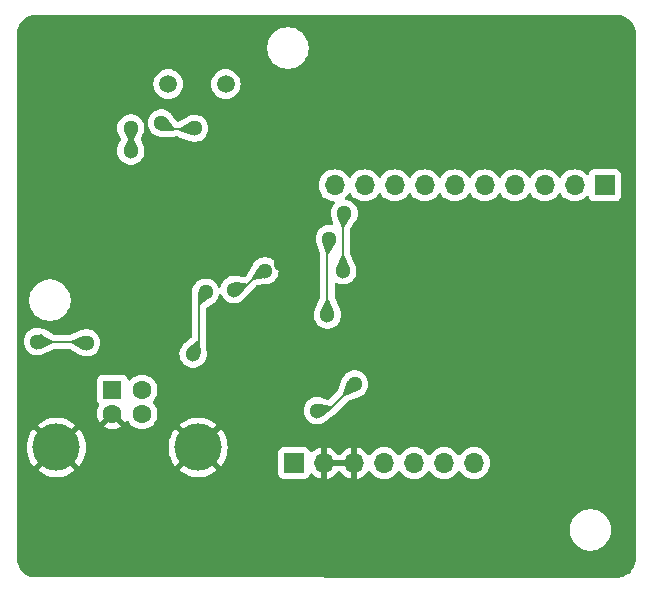
<source format=gbr>
%TF.GenerationSoftware,KiCad,Pcbnew,8.0.2*%
%TF.CreationDate,2025-05-22T15:36:21+07:00*%
%TF.ProjectId,hokushime-db9-to-rs232,686f6b75-7368-4696-9d65-2d6462392d74,rev?*%
%TF.SameCoordinates,Original*%
%TF.FileFunction,Copper,L2,Bot*%
%TF.FilePolarity,Positive*%
%FSLAX46Y46*%
G04 Gerber Fmt 4.6, Leading zero omitted, Abs format (unit mm)*
G04 Created by KiCad (PCBNEW 8.0.2) date 2025-05-22 15:36:21*
%MOMM*%
%LPD*%
G01*
G04 APERTURE LIST*
%TA.AperFunction,ComponentPad*%
%ADD10R,1.600000X1.600000*%
%TD*%
%TA.AperFunction,ComponentPad*%
%ADD11C,1.600000*%
%TD*%
%TA.AperFunction,ComponentPad*%
%ADD12C,4.000000*%
%TD*%
%TA.AperFunction,ComponentPad*%
%ADD13C,1.500000*%
%TD*%
%TA.AperFunction,ComponentPad*%
%ADD14R,1.700000X1.700000*%
%TD*%
%TA.AperFunction,ComponentPad*%
%ADD15O,1.700000X1.700000*%
%TD*%
%TA.AperFunction,ViaPad*%
%ADD16C,1.300000*%
%TD*%
%TA.AperFunction,Conductor*%
%ADD17C,0.200000*%
%TD*%
G04 APERTURE END LIST*
D10*
%TO.P,J2,1,VBUS*%
%TO.N,VBUS*%
X135450000Y-105112500D03*
D11*
%TO.P,J2,2,D-*%
%TO.N,/USBD-*%
X137950000Y-105112501D03*
%TO.P,J2,3,D+*%
%TO.N,/USBD+*%
X137949999Y-107112500D03*
%TO.P,J2,4,GND*%
%TO.N,GND*%
X135450000Y-107112500D03*
D12*
%TO.P,J2,5,Shield*%
X130700001Y-109972498D03*
X142700000Y-109972501D03*
%TD*%
D13*
%TO.P,Y1,1,1*%
%TO.N,Net-(U1-XTOUT)*%
X145050001Y-79200000D03*
%TO.P,Y1,2,2*%
%TO.N,Net-(U1-XTIN)*%
X140170001Y-79200000D03*
%TD*%
D14*
%TO.P,J3,1,Pin_1*%
%TO.N,/CONN2_SHIELD*%
X177125000Y-87775000D03*
D15*
%TO.P,J3,2,Pin_2*%
%TO.N,/CONN2_GND*%
X174584999Y-87775001D03*
%TO.P,J3,3,Pin_3*%
%TO.N,/CONN2_RXD*%
X172045000Y-87775000D03*
%TO.P,J3,4,Pin_4*%
%TO.N,/CONN2_CTS*%
X169505000Y-87775000D03*
%TO.P,J3,5,Pin_5*%
%TO.N,/CONN2_DSR*%
X166965001Y-87775001D03*
%TO.P,J3,6,Pin_6*%
%TO.N,/CONN2_DCD*%
X164425001Y-87775000D03*
%TO.P,J3,7,Pin_7*%
%TO.N,/CONN2_RI*%
X161885000Y-87775000D03*
%TO.P,J3,8,Pin_8*%
%TO.N,/CONN2_TXD*%
X159345000Y-87775000D03*
%TO.P,J3,9,Pin_9*%
%TO.N,/CONN2_RTS*%
X156805000Y-87775000D03*
%TO.P,J3,10,Pin_10*%
%TO.N,/CONN2_DTR*%
X154265001Y-87775000D03*
%TD*%
D14*
%TO.P,J1,1,Pin_1*%
%TO.N,Net-(J1-Pin_1)*%
X150825000Y-111275001D03*
D15*
%TO.P,J1,2,Pin_2*%
%TO.N,GND*%
X153365004Y-111275000D03*
%TO.P,J1,3,Pin_3*%
X155905000Y-111275001D03*
%TO.P,J1,4,Pin_4*%
%TO.N,unconnected-(J1-Pin_4-Pad4)*%
X158445000Y-111275001D03*
%TO.P,J1,5,Pin_5*%
%TO.N,VBUS*%
X160984999Y-111274998D03*
%TO.P,J1,6,Pin_6*%
%TO.N,/USBD-*%
X163524999Y-111275001D03*
%TO.P,J1,7,Pin_7*%
%TO.N,/USBD+*%
X166065000Y-111275001D03*
%TD*%
D16*
%TO.N,GND*%
X149742717Y-94442913D03*
X140127208Y-92277208D03*
X169950000Y-97150000D03*
X134425000Y-98775000D03*
X153268047Y-89924543D03*
X154700000Y-84800000D03*
X144495772Y-102319219D03*
X146450000Y-107200000D03*
X151550000Y-84800000D03*
X151825000Y-100600000D03*
X152282539Y-97435969D03*
X145450000Y-98450000D03*
X149100000Y-107200000D03*
X169513868Y-100400972D03*
X134500000Y-94425000D03*
X142887787Y-95124792D03*
%TO.N,+5V*%
X152800000Y-106850000D03*
X155950000Y-104600000D03*
X137000000Y-82900000D03*
X137000000Y-84875000D03*
%TO.N,VBUS*%
X142275000Y-102050000D03*
X143334073Y-96825208D03*
%TO.N,/RXD*%
X153650000Y-98750000D03*
X153812742Y-92287257D03*
%TO.N,/~{DTR}*%
X154950000Y-95000000D03*
X155071755Y-90150000D03*
%TO.N,/~{SLEEP}*%
X145750000Y-96600000D03*
X148350000Y-95000000D03*
%TO.N,/USBD+*%
X133250000Y-101100000D03*
X129100000Y-101000000D03*
%TO.N,Net-(JP1-C)*%
X142400000Y-82950000D03*
X139577737Y-82505088D03*
%TD*%
D17*
%TO.N,GND*%
X149742717Y-94442913D02*
X149742717Y-94007283D01*
X169950000Y-99964840D02*
X169513868Y-100400972D01*
X145450000Y-98450000D02*
X144495772Y-99404228D01*
X140127208Y-92277208D02*
X140127208Y-92377208D01*
X154675000Y-84775000D02*
X154700000Y-84800000D01*
X152282539Y-97435969D02*
X151975000Y-97743508D01*
X146450000Y-107200000D02*
X149100000Y-107200000D01*
X169950000Y-97150000D02*
X169950000Y-99964840D01*
X151575000Y-84775000D02*
X154675000Y-84775000D01*
X153268047Y-90481953D02*
X153268047Y-89924543D01*
X144495772Y-99404228D02*
X144495772Y-102319219D01*
X151975000Y-100450000D02*
X151825000Y-100600000D01*
X134400000Y-98750000D02*
X134425000Y-98775000D01*
X151550000Y-84800000D02*
X151575000Y-84775000D01*
X142874792Y-95124792D02*
X142887787Y-95124792D01*
X134400000Y-94525000D02*
X134400000Y-98750000D01*
X149742717Y-94007283D02*
X153268047Y-90481953D01*
X151975000Y-97743508D02*
X151975000Y-100450000D01*
X140127208Y-92377208D02*
X142874792Y-95124792D01*
X134500000Y-94425000D02*
X134400000Y-94525000D01*
%TO.N,+5V*%
X137000000Y-84875000D02*
X137000000Y-82900000D01*
X152800000Y-106850000D02*
X153700000Y-106850000D01*
X153700000Y-106850000D02*
X155950000Y-104600000D01*
%TO.N,VBUS*%
X142750000Y-101575000D02*
X142750000Y-97409281D01*
X142750000Y-97409281D02*
X143334073Y-96825208D01*
X142275000Y-102050000D02*
X142750000Y-101575000D01*
%TO.N,/RXD*%
X153812742Y-92287257D02*
X153650000Y-92449999D01*
X153650000Y-92449999D02*
X153650000Y-98750000D01*
%TO.N,/~{DTR}*%
X154950000Y-90271755D02*
X154950000Y-95000000D01*
X155071755Y-90150000D02*
X154950000Y-90271755D01*
%TO.N,/~{SLEEP}*%
X148000000Y-95000000D02*
X146400000Y-96600000D01*
X146400000Y-96600000D02*
X145750000Y-96600000D01*
X148350000Y-95000000D02*
X148000000Y-95000000D01*
%TO.N,/USBD+*%
X129100000Y-101000000D02*
X129125000Y-101025000D01*
X129125000Y-101025000D02*
X133175000Y-101025000D01*
X133175000Y-101025000D02*
X133250000Y-101100000D01*
%TO.N,Net-(JP1-C)*%
X140113585Y-83040936D02*
X139577737Y-82505088D01*
X142309064Y-83040936D02*
X140113585Y-83040936D01*
X142400000Y-82950000D02*
X142309064Y-83040936D01*
%TD*%
%TA.AperFunction,Conductor*%
%TO.N,GND*%
G36*
X152425522Y-100351256D02*
G01*
X151825000Y-100601000D01*
X151224478Y-100351256D01*
X151875000Y-99329837D01*
X152075000Y-99329837D01*
X152425522Y-100351256D01*
G37*
%TD.AperFunction*%
%TD*%
%TA.AperFunction,Conductor*%
%TO.N,GND*%
G36*
X154701000Y-84800000D02*
G01*
X154451256Y-85400522D01*
X153404973Y-84875000D01*
X153404973Y-84675000D01*
X154451256Y-84199478D01*
X154701000Y-84800000D01*
G37*
%TD.AperFunction*%
%TD*%
%TA.AperFunction,Conductor*%
%TO.N,+5V*%
G36*
X155360832Y-104355940D02*
G01*
X155883407Y-104571528D01*
X155946208Y-104597437D01*
X155952549Y-104603760D01*
X155952562Y-104603791D01*
X156194052Y-105189149D01*
X156194039Y-105198104D01*
X156187698Y-105204427D01*
X156187149Y-105204637D01*
X155108435Y-105587478D01*
X155099492Y-105587016D01*
X155096249Y-105584725D01*
X154965274Y-105453750D01*
X154961847Y-105445477D01*
X154962519Y-105441570D01*
X155345364Y-104362847D01*
X155351358Y-104356199D01*
X155360301Y-104355737D01*
X155360832Y-104355940D01*
G37*
%TD.AperFunction*%
%TD*%
%TA.AperFunction,Conductor*%
%TO.N,Net-(JP1-C)*%
G36*
X142155703Y-82360413D02*
G01*
X142156352Y-82361733D01*
X142399131Y-82945507D01*
X142399144Y-82954462D01*
X142399131Y-82954493D01*
X142155674Y-83539898D01*
X142149333Y-83546221D01*
X142140559Y-83546281D01*
X141125476Y-83143864D01*
X141119048Y-83137630D01*
X141118088Y-83132988D01*
X141118088Y-82947719D01*
X141121515Y-82939446D01*
X141123970Y-82937568D01*
X142139737Y-82356071D01*
X142148619Y-82354936D01*
X142155703Y-82360413D01*
G37*
%TD.AperFunction*%
%TD*%
%TA.AperFunction,Conductor*%
%TO.N,GND*%
G36*
X154706644Y-111025001D02*
G01*
X155471988Y-111025001D01*
X155439075Y-111082008D01*
X155405000Y-111209175D01*
X155405000Y-111340827D01*
X155439075Y-111467994D01*
X155471988Y-111525001D01*
X154563363Y-111525001D01*
X154563360Y-111525000D01*
X153798016Y-111525000D01*
X153830929Y-111467993D01*
X153865004Y-111340826D01*
X153865004Y-111209174D01*
X153830929Y-111082007D01*
X153798016Y-111025000D01*
X154706641Y-111025000D01*
X154706644Y-111025001D01*
G37*
%TD.AperFunction*%
%TA.AperFunction,Conductor*%
G36*
X178330953Y-73344470D02*
G01*
X178350309Y-73346001D01*
X178456060Y-73362779D01*
X178472175Y-73366452D01*
X178694833Y-73433119D01*
X178712426Y-73439884D01*
X178897982Y-73527960D01*
X178921325Y-73539040D01*
X178937699Y-73548400D01*
X179129146Y-73678093D01*
X179143907Y-73689824D01*
X179234854Y-73774155D01*
X179313471Y-73847054D01*
X179326286Y-73860893D01*
X179470041Y-74042019D01*
X179480608Y-74057641D01*
X179595226Y-74258466D01*
X179603303Y-74275511D01*
X179686140Y-74491409D01*
X179691537Y-74509481D01*
X179740670Y-74735429D01*
X179743265Y-74754110D01*
X179757635Y-74986077D01*
X179757554Y-75002618D01*
X179749195Y-75119125D01*
X179749195Y-119220458D01*
X179757528Y-119336978D01*
X179757607Y-119353489D01*
X179743239Y-119585464D01*
X179740645Y-119604145D01*
X179691512Y-119830103D01*
X179686114Y-119848175D01*
X179603283Y-120064059D01*
X179595207Y-120081103D01*
X179480590Y-120281934D01*
X179470022Y-120297558D01*
X179326270Y-120478680D01*
X179313456Y-120492518D01*
X179143901Y-120649743D01*
X179129135Y-120661479D01*
X178937691Y-120791171D01*
X178921316Y-120800531D01*
X178712427Y-120899683D01*
X178694822Y-120906452D01*
X178472178Y-120973115D01*
X178456052Y-120976792D01*
X178350372Y-120993568D01*
X178330880Y-120995101D01*
X128768265Y-120974656D01*
X128748862Y-120973120D01*
X128722180Y-120968881D01*
X128643138Y-120956324D01*
X128627027Y-120952650D01*
X128450121Y-120899683D01*
X128404371Y-120885984D01*
X128386773Y-120879218D01*
X128299280Y-120837689D01*
X128177874Y-120780062D01*
X128161500Y-120770702D01*
X127970057Y-120641013D01*
X127955292Y-120629278D01*
X127785731Y-120472053D01*
X127772926Y-120458225D01*
X127629164Y-120277094D01*
X127618599Y-120261475D01*
X127503977Y-120060645D01*
X127495901Y-120043602D01*
X127413064Y-119827716D01*
X127407666Y-119809644D01*
X127358529Y-119583691D01*
X127355934Y-119565009D01*
X127341562Y-119333045D01*
X127341643Y-119316505D01*
X127350000Y-119200001D01*
X127350000Y-116835258D01*
X174149500Y-116835258D01*
X174149500Y-117064741D01*
X174174446Y-117254215D01*
X174179452Y-117292238D01*
X174179453Y-117292240D01*
X174238842Y-117513887D01*
X174326650Y-117725876D01*
X174326657Y-117725890D01*
X174441392Y-117924617D01*
X174581081Y-118106661D01*
X174581089Y-118106670D01*
X174743330Y-118268911D01*
X174743338Y-118268918D01*
X174925382Y-118408607D01*
X174925385Y-118408608D01*
X174925388Y-118408611D01*
X175124112Y-118523344D01*
X175124117Y-118523346D01*
X175124123Y-118523349D01*
X175215480Y-118561190D01*
X175336113Y-118611158D01*
X175557762Y-118670548D01*
X175785266Y-118700500D01*
X175785273Y-118700500D01*
X176014727Y-118700500D01*
X176014734Y-118700500D01*
X176242238Y-118670548D01*
X176463887Y-118611158D01*
X176675888Y-118523344D01*
X176874612Y-118408611D01*
X177056661Y-118268919D01*
X177056665Y-118268914D01*
X177056670Y-118268911D01*
X177218911Y-118106670D01*
X177218914Y-118106665D01*
X177218919Y-118106661D01*
X177358611Y-117924612D01*
X177473344Y-117725888D01*
X177561158Y-117513887D01*
X177620548Y-117292238D01*
X177650500Y-117064734D01*
X177650500Y-116835266D01*
X177620548Y-116607762D01*
X177561158Y-116386113D01*
X177473344Y-116174112D01*
X177358611Y-115975388D01*
X177358608Y-115975385D01*
X177358607Y-115975382D01*
X177218918Y-115793338D01*
X177218911Y-115793330D01*
X177056670Y-115631089D01*
X177056661Y-115631081D01*
X176874617Y-115491392D01*
X176675890Y-115376657D01*
X176675876Y-115376650D01*
X176463887Y-115288842D01*
X176242238Y-115229452D01*
X176204215Y-115224446D01*
X176014741Y-115199500D01*
X176014734Y-115199500D01*
X175785266Y-115199500D01*
X175785258Y-115199500D01*
X175568715Y-115228009D01*
X175557762Y-115229452D01*
X175464076Y-115254554D01*
X175336112Y-115288842D01*
X175124123Y-115376650D01*
X175124109Y-115376657D01*
X174925382Y-115491392D01*
X174743338Y-115631081D01*
X174581081Y-115793338D01*
X174441392Y-115975382D01*
X174326657Y-116174109D01*
X174326650Y-116174123D01*
X174238842Y-116386112D01*
X174179453Y-116607759D01*
X174179451Y-116607770D01*
X174149500Y-116835258D01*
X127350000Y-116835258D01*
X127350000Y-109972492D01*
X128195058Y-109972492D01*
X128195058Y-109972503D01*
X128214808Y-110286440D01*
X128214809Y-110286447D01*
X128273756Y-110595456D01*
X128370964Y-110894630D01*
X128370966Y-110894635D01*
X128504901Y-111179259D01*
X128504904Y-111179265D01*
X128673458Y-111444865D01*
X128673461Y-111444869D01*
X128764287Y-111554658D01*
X129727914Y-110591031D01*
X129822830Y-110721673D01*
X129950826Y-110849669D01*
X130081466Y-110944584D01*
X129114972Y-111911077D01*
X129114973Y-111911079D01*
X129357773Y-112087483D01*
X129357791Y-112087494D01*
X129633448Y-112239038D01*
X129633456Y-112239042D01*
X129925927Y-112354838D01*
X130230621Y-112433071D01*
X130230630Y-112433073D01*
X130542702Y-112472497D01*
X130542716Y-112472498D01*
X130857286Y-112472498D01*
X130857299Y-112472497D01*
X131169371Y-112433073D01*
X131169380Y-112433071D01*
X131474074Y-112354838D01*
X131766545Y-112239042D01*
X131766553Y-112239038D01*
X132042210Y-112087494D01*
X132042220Y-112087488D01*
X132285027Y-111911077D01*
X132285028Y-111911077D01*
X131318534Y-110944584D01*
X131449176Y-110849669D01*
X131577172Y-110721673D01*
X131672087Y-110591032D01*
X132635713Y-111554658D01*
X132726545Y-111444862D01*
X132895097Y-111179265D01*
X132895100Y-111179259D01*
X133029035Y-110894635D01*
X133029037Y-110894630D01*
X133126245Y-110595456D01*
X133185192Y-110286447D01*
X133185193Y-110286440D01*
X133204944Y-109972503D01*
X133204944Y-109972495D01*
X140195057Y-109972495D01*
X140195057Y-109972506D01*
X140214807Y-110286443D01*
X140214808Y-110286450D01*
X140273755Y-110595459D01*
X140370963Y-110894633D01*
X140370965Y-110894638D01*
X140504900Y-111179262D01*
X140504903Y-111179268D01*
X140673457Y-111444868D01*
X140673460Y-111444872D01*
X140764286Y-111554661D01*
X141727913Y-110591034D01*
X141822829Y-110721676D01*
X141950825Y-110849672D01*
X142081465Y-110944587D01*
X141114971Y-111911080D01*
X141114972Y-111911082D01*
X141357772Y-112087486D01*
X141357790Y-112087497D01*
X141633447Y-112239041D01*
X141633455Y-112239045D01*
X141925926Y-112354841D01*
X142230620Y-112433074D01*
X142230629Y-112433076D01*
X142542701Y-112472500D01*
X142542715Y-112472501D01*
X142857285Y-112472501D01*
X142857298Y-112472500D01*
X143169370Y-112433076D01*
X143169379Y-112433074D01*
X143474073Y-112354841D01*
X143766544Y-112239045D01*
X143766552Y-112239041D01*
X144042209Y-112087497D01*
X144042219Y-112087491D01*
X144285026Y-111911080D01*
X144285027Y-111911080D01*
X143318533Y-110944587D01*
X143449175Y-110849672D01*
X143577171Y-110721676D01*
X143672086Y-110591035D01*
X144635712Y-111554661D01*
X144726544Y-111444865D01*
X144895096Y-111179268D01*
X144895099Y-111179262D01*
X145029034Y-110894638D01*
X145029036Y-110894633D01*
X145126244Y-110595459D01*
X145167892Y-110377136D01*
X149474500Y-110377136D01*
X149474500Y-112172871D01*
X149474501Y-112172877D01*
X149480908Y-112232484D01*
X149531202Y-112367329D01*
X149531206Y-112367336D01*
X149617452Y-112482545D01*
X149617455Y-112482548D01*
X149732664Y-112568794D01*
X149732671Y-112568798D01*
X149867517Y-112619092D01*
X149867516Y-112619092D01*
X149874444Y-112619836D01*
X149927127Y-112625501D01*
X151722872Y-112625500D01*
X151782483Y-112619092D01*
X151917331Y-112568797D01*
X152032546Y-112482547D01*
X152118796Y-112367332D01*
X152166645Y-112239042D01*
X152168004Y-112235399D01*
X152209875Y-112179465D01*
X152275339Y-112155048D01*
X152343612Y-112169899D01*
X152371867Y-112191051D01*
X152493921Y-112313105D01*
X152687425Y-112448600D01*
X152901511Y-112548429D01*
X152901520Y-112548433D01*
X153115004Y-112605634D01*
X153115004Y-111708012D01*
X153172011Y-111740925D01*
X153299178Y-111775000D01*
X153430830Y-111775000D01*
X153557997Y-111740925D01*
X153615004Y-111708012D01*
X153615004Y-112605633D01*
X153828487Y-112548433D01*
X153828496Y-112548429D01*
X154042582Y-112448600D01*
X154236086Y-112313105D01*
X154403109Y-112146082D01*
X154533426Y-111959972D01*
X154588003Y-111916348D01*
X154657502Y-111909155D01*
X154719856Y-111940677D01*
X154736575Y-111959972D01*
X154866890Y-112146079D01*
X155033917Y-112313106D01*
X155227421Y-112448601D01*
X155441507Y-112548430D01*
X155441516Y-112548434D01*
X155655000Y-112605635D01*
X155655000Y-111708013D01*
X155712007Y-111740926D01*
X155839174Y-111775001D01*
X155970826Y-111775001D01*
X156097993Y-111740926D01*
X156155000Y-111708013D01*
X156155000Y-112605634D01*
X156368483Y-112548434D01*
X156368492Y-112548430D01*
X156582578Y-112448601D01*
X156776082Y-112313106D01*
X156943105Y-112146083D01*
X157073119Y-111960406D01*
X157127696Y-111916782D01*
X157197195Y-111909589D01*
X157259549Y-111941111D01*
X157276269Y-111960406D01*
X157406505Y-112146402D01*
X157573599Y-112313496D01*
X157670384Y-112381266D01*
X157767165Y-112449033D01*
X157767167Y-112449034D01*
X157767170Y-112449036D01*
X157981337Y-112548904D01*
X158209592Y-112610064D01*
X158386034Y-112625501D01*
X158444999Y-112630660D01*
X158445000Y-112630660D01*
X158445001Y-112630660D01*
X158503966Y-112625501D01*
X158680408Y-112610064D01*
X158908663Y-112548904D01*
X159122830Y-112449036D01*
X159316401Y-112313496D01*
X159483495Y-112146402D01*
X159613426Y-111960840D01*
X159668002Y-111917217D01*
X159737500Y-111910023D01*
X159799855Y-111941546D01*
X159816573Y-111960839D01*
X159946504Y-112146399D01*
X160113598Y-112313493D01*
X160113607Y-112313499D01*
X160307164Y-112449030D01*
X160307166Y-112449031D01*
X160307169Y-112449033D01*
X160521336Y-112548901D01*
X160521342Y-112548902D01*
X160521343Y-112548903D01*
X160576284Y-112563624D01*
X160749591Y-112610061D01*
X160926044Y-112625499D01*
X160984998Y-112630657D01*
X160984999Y-112630657D01*
X160985000Y-112630657D01*
X161043942Y-112625500D01*
X161220407Y-112610061D01*
X161448662Y-112548901D01*
X161662829Y-112449033D01*
X161856400Y-112313493D01*
X162023494Y-112146399D01*
X162153424Y-111960838D01*
X162207998Y-111917216D01*
X162277497Y-111910022D01*
X162339852Y-111941544D01*
X162356571Y-111960839D01*
X162486504Y-112146402D01*
X162653598Y-112313496D01*
X162750383Y-112381266D01*
X162847164Y-112449033D01*
X162847166Y-112449034D01*
X162847169Y-112449036D01*
X163061336Y-112548904D01*
X163289591Y-112610064D01*
X163466033Y-112625501D01*
X163524998Y-112630660D01*
X163524999Y-112630660D01*
X163525000Y-112630660D01*
X163583965Y-112625501D01*
X163760407Y-112610064D01*
X163988662Y-112548904D01*
X164202829Y-112449036D01*
X164396400Y-112313496D01*
X164563494Y-112146402D01*
X164693425Y-111960840D01*
X164748001Y-111917217D01*
X164817499Y-111910023D01*
X164879854Y-111941546D01*
X164896572Y-111960839D01*
X165026505Y-112146402D01*
X165193599Y-112313496D01*
X165290384Y-112381266D01*
X165387165Y-112449033D01*
X165387167Y-112449034D01*
X165387170Y-112449036D01*
X165601337Y-112548904D01*
X165829592Y-112610064D01*
X166006034Y-112625501D01*
X166064999Y-112630660D01*
X166065000Y-112630660D01*
X166065001Y-112630660D01*
X166123966Y-112625501D01*
X166300408Y-112610064D01*
X166528663Y-112548904D01*
X166742830Y-112449036D01*
X166936401Y-112313496D01*
X167103495Y-112146402D01*
X167239035Y-111952831D01*
X167338903Y-111738664D01*
X167400063Y-111510409D01*
X167420659Y-111275001D01*
X167400063Y-111039593D01*
X167338903Y-110811338D01*
X167239035Y-110597172D01*
X167237834Y-110595456D01*
X167103494Y-110403598D01*
X166936402Y-110236507D01*
X166936396Y-110236503D01*
X166859518Y-110182672D01*
X166742834Y-110100968D01*
X166742830Y-110100966D01*
X166742821Y-110100962D01*
X166528663Y-110001098D01*
X166528659Y-110001097D01*
X166528655Y-110001095D01*
X166300413Y-109939939D01*
X166300403Y-109939937D01*
X166065001Y-109919342D01*
X166064999Y-109919342D01*
X165829596Y-109939937D01*
X165829586Y-109939939D01*
X165601344Y-110001095D01*
X165601335Y-110001099D01*
X165387171Y-110100965D01*
X165387169Y-110100966D01*
X165193597Y-110236506D01*
X165026508Y-110403595D01*
X164896574Y-110589161D01*
X164841997Y-110632785D01*
X164772498Y-110639978D01*
X164710144Y-110608456D01*
X164693424Y-110589160D01*
X164563493Y-110403598D01*
X164396401Y-110236507D01*
X164396395Y-110236503D01*
X164319517Y-110182672D01*
X164202833Y-110100968D01*
X164202829Y-110100966D01*
X164202820Y-110100962D01*
X163988662Y-110001098D01*
X163988658Y-110001097D01*
X163988654Y-110001095D01*
X163760412Y-109939939D01*
X163760402Y-109939937D01*
X163525000Y-109919342D01*
X163524998Y-109919342D01*
X163289595Y-109939937D01*
X163289585Y-109939939D01*
X163061343Y-110001095D01*
X163061334Y-110001099D01*
X162847170Y-110100965D01*
X162847168Y-110100966D01*
X162653596Y-110236506D01*
X162486507Y-110403595D01*
X162356574Y-110589159D01*
X162301997Y-110632783D01*
X162232498Y-110639976D01*
X162170144Y-110608454D01*
X162153425Y-110589159D01*
X162023494Y-110403597D01*
X161856400Y-110236503D01*
X161817520Y-110209279D01*
X161662833Y-110100965D01*
X161662829Y-110100963D01*
X161590971Y-110067455D01*
X161448662Y-110001095D01*
X161448658Y-110001094D01*
X161448654Y-110001092D01*
X161220412Y-109939936D01*
X161220402Y-109939934D01*
X160985000Y-109919339D01*
X160984998Y-109919339D01*
X160749595Y-109939934D01*
X160749585Y-109939936D01*
X160521343Y-110001092D01*
X160521336Y-110001094D01*
X160521336Y-110001095D01*
X160520315Y-110001571D01*
X160307170Y-110100962D01*
X160307168Y-110100963D01*
X160113596Y-110236503D01*
X159946507Y-110403592D01*
X159816573Y-110589158D01*
X159761996Y-110632782D01*
X159692497Y-110639975D01*
X159630143Y-110608453D01*
X159613423Y-110589157D01*
X159483494Y-110403598D01*
X159316402Y-110236507D01*
X159316396Y-110236503D01*
X159239518Y-110182672D01*
X159122834Y-110100968D01*
X159122830Y-110100966D01*
X159122821Y-110100962D01*
X158908663Y-110001098D01*
X158908659Y-110001097D01*
X158908655Y-110001095D01*
X158680413Y-109939939D01*
X158680403Y-109939937D01*
X158445001Y-109919342D01*
X158444999Y-109919342D01*
X158209596Y-109939937D01*
X158209586Y-109939939D01*
X157981344Y-110001095D01*
X157981335Y-110001099D01*
X157767171Y-110100965D01*
X157767169Y-110100966D01*
X157573597Y-110236506D01*
X157406508Y-110403595D01*
X157276269Y-110589596D01*
X157221692Y-110633220D01*
X157152193Y-110640413D01*
X157089839Y-110608891D01*
X157073119Y-110589595D01*
X156943113Y-110403927D01*
X156943108Y-110403921D01*
X156776082Y-110236895D01*
X156582578Y-110101400D01*
X156368492Y-110001571D01*
X156368486Y-110001568D01*
X156155000Y-109944365D01*
X156155000Y-110841989D01*
X156097993Y-110809076D01*
X155970826Y-110775001D01*
X155839174Y-110775001D01*
X155712007Y-110809076D01*
X155655000Y-110841989D01*
X155655000Y-109944365D01*
X155654999Y-109944365D01*
X155441513Y-110001568D01*
X155441507Y-110001571D01*
X155227422Y-110101400D01*
X155227420Y-110101401D01*
X155033926Y-110236887D01*
X155033920Y-110236892D01*
X154866891Y-110403921D01*
X154866890Y-110403923D01*
X154736577Y-110590029D01*
X154682000Y-110633653D01*
X154612501Y-110640846D01*
X154550147Y-110609324D01*
X154533427Y-110590028D01*
X154403117Y-110403926D01*
X154403112Y-110403920D01*
X154236086Y-110236894D01*
X154042582Y-110101399D01*
X153828496Y-110001570D01*
X153828490Y-110001567D01*
X153615004Y-109944364D01*
X153615004Y-110841988D01*
X153557997Y-110809075D01*
X153430830Y-110775000D01*
X153299178Y-110775000D01*
X153172011Y-110809075D01*
X153115004Y-110841988D01*
X153115004Y-109944364D01*
X153115003Y-109944364D01*
X152901517Y-110001567D01*
X152901511Y-110001570D01*
X152687426Y-110101399D01*
X152687424Y-110101400D01*
X152493930Y-110236886D01*
X152371866Y-110358950D01*
X152310543Y-110392434D01*
X152240851Y-110387450D01*
X152184918Y-110345578D01*
X152168003Y-110314601D01*
X152118797Y-110182672D01*
X152118793Y-110182665D01*
X152032547Y-110067456D01*
X152032544Y-110067453D01*
X151917335Y-109981207D01*
X151917328Y-109981203D01*
X151782482Y-109930909D01*
X151782483Y-109930909D01*
X151722883Y-109924502D01*
X151722881Y-109924501D01*
X151722873Y-109924501D01*
X151722864Y-109924501D01*
X149927129Y-109924501D01*
X149927123Y-109924502D01*
X149867516Y-109930909D01*
X149732671Y-109981203D01*
X149732664Y-109981207D01*
X149617455Y-110067453D01*
X149617452Y-110067456D01*
X149531206Y-110182665D01*
X149531202Y-110182672D01*
X149480908Y-110317518D01*
X149474501Y-110377117D01*
X149474500Y-110377136D01*
X145167892Y-110377136D01*
X145185191Y-110286450D01*
X145185192Y-110286443D01*
X145204943Y-109972506D01*
X145204943Y-109972495D01*
X145185192Y-109658558D01*
X145185191Y-109658551D01*
X145126244Y-109349542D01*
X145029036Y-109050368D01*
X145029034Y-109050363D01*
X144895099Y-108765739D01*
X144895096Y-108765733D01*
X144726542Y-108500133D01*
X144726539Y-108500129D01*
X144635712Y-108390339D01*
X143672085Y-109353966D01*
X143577171Y-109223326D01*
X143449175Y-109095330D01*
X143318533Y-109000414D01*
X144285027Y-108033920D01*
X144285026Y-108033918D01*
X144042227Y-107857515D01*
X144042209Y-107857504D01*
X143766552Y-107705960D01*
X143766544Y-107705956D01*
X143474073Y-107590160D01*
X143169379Y-107511927D01*
X143169370Y-107511925D01*
X142857298Y-107472501D01*
X142542701Y-107472501D01*
X142230629Y-107511925D01*
X142230620Y-107511927D01*
X141925926Y-107590160D01*
X141633455Y-107705956D01*
X141633447Y-107705960D01*
X141357787Y-107857505D01*
X141357782Y-107857508D01*
X141114972Y-108033919D01*
X141114971Y-108033920D01*
X142081466Y-109000414D01*
X141950825Y-109095330D01*
X141822829Y-109223326D01*
X141727913Y-109353966D01*
X140764286Y-108390339D01*
X140764285Y-108390339D01*
X140673459Y-108500130D01*
X140673457Y-108500133D01*
X140504903Y-108765733D01*
X140504900Y-108765739D01*
X140370965Y-109050363D01*
X140370963Y-109050368D01*
X140273755Y-109349542D01*
X140214808Y-109658551D01*
X140214807Y-109658558D01*
X140195057Y-109972495D01*
X133204944Y-109972495D01*
X133204944Y-109972492D01*
X133185193Y-109658555D01*
X133185192Y-109658548D01*
X133126245Y-109349539D01*
X133029037Y-109050365D01*
X133029035Y-109050360D01*
X132895100Y-108765736D01*
X132895097Y-108765730D01*
X132726543Y-108500130D01*
X132726540Y-108500126D01*
X132635713Y-108390336D01*
X131672086Y-109353963D01*
X131577172Y-109223323D01*
X131449176Y-109095327D01*
X131318534Y-109000411D01*
X132285028Y-108033917D01*
X132285027Y-108033915D01*
X132042228Y-107857512D01*
X132042210Y-107857501D01*
X131766553Y-107705957D01*
X131766545Y-107705953D01*
X131474074Y-107590157D01*
X131169380Y-107511924D01*
X131169371Y-107511922D01*
X130857299Y-107472498D01*
X130542702Y-107472498D01*
X130230630Y-107511922D01*
X130230621Y-107511924D01*
X129925927Y-107590157D01*
X129633456Y-107705953D01*
X129633448Y-107705957D01*
X129357788Y-107857502D01*
X129357783Y-107857505D01*
X129114973Y-108033916D01*
X129114972Y-108033917D01*
X130081467Y-109000411D01*
X129950826Y-109095327D01*
X129822830Y-109223323D01*
X129727914Y-109353963D01*
X128764287Y-108390336D01*
X128764286Y-108390336D01*
X128673460Y-108500127D01*
X128673458Y-108500130D01*
X128504904Y-108765730D01*
X128504901Y-108765736D01*
X128370966Y-109050360D01*
X128370964Y-109050365D01*
X128273756Y-109349539D01*
X128214809Y-109658548D01*
X128214808Y-109658555D01*
X128195058Y-109972492D01*
X127350000Y-109972492D01*
X127350000Y-107112497D01*
X134145034Y-107112497D01*
X134145034Y-107112502D01*
X134164858Y-107339099D01*
X134164860Y-107339110D01*
X134223730Y-107558817D01*
X134223735Y-107558831D01*
X134319863Y-107764978D01*
X134370974Y-107837972D01*
X134987449Y-107221497D01*
X135007370Y-107295843D01*
X135069905Y-107404157D01*
X135158343Y-107492595D01*
X135266657Y-107555130D01*
X135341002Y-107575050D01*
X134724526Y-108191525D01*
X134797513Y-108242632D01*
X134797521Y-108242636D01*
X135003668Y-108338764D01*
X135003682Y-108338769D01*
X135223389Y-108397639D01*
X135223400Y-108397641D01*
X135449998Y-108417466D01*
X135450002Y-108417466D01*
X135676599Y-108397641D01*
X135676610Y-108397639D01*
X135896317Y-108338769D01*
X135896331Y-108338764D01*
X136102478Y-108242636D01*
X136175471Y-108191524D01*
X135558997Y-107575050D01*
X135633343Y-107555130D01*
X135741657Y-107492595D01*
X135830095Y-107404157D01*
X135892630Y-107295843D01*
X135912550Y-107221497D01*
X136529024Y-107837971D01*
X136580135Y-107764980D01*
X136587341Y-107749527D01*
X136633513Y-107697087D01*
X136700706Y-107677934D01*
X136767587Y-107698149D01*
X136812106Y-107749525D01*
X136819430Y-107765232D01*
X136819431Y-107765234D01*
X136949953Y-107951641D01*
X137110857Y-108112545D01*
X137110860Y-108112547D01*
X137297265Y-108243068D01*
X137503503Y-108339239D01*
X137723307Y-108398135D01*
X137885229Y-108412301D01*
X137949997Y-108417968D01*
X137949999Y-108417968D01*
X137950001Y-108417968D01*
X138006672Y-108413009D01*
X138176691Y-108398135D01*
X138396495Y-108339239D01*
X138602733Y-108243068D01*
X138789138Y-108112547D01*
X138950046Y-107951639D01*
X139080567Y-107765234D01*
X139176738Y-107558996D01*
X139235634Y-107339192D01*
X139255467Y-107112500D01*
X139235634Y-106885808D01*
X139226039Y-106849999D01*
X151644571Y-106849999D01*
X151644571Y-106850000D01*
X151664244Y-107062310D01*
X151722596Y-107267392D01*
X151722596Y-107267394D01*
X151817632Y-107458253D01*
X151917245Y-107590160D01*
X151946128Y-107628407D01*
X152103698Y-107772052D01*
X152284981Y-107884298D01*
X152483802Y-107961321D01*
X152693390Y-108000500D01*
X152693392Y-108000500D01*
X152906608Y-108000500D01*
X152906610Y-108000500D01*
X153116198Y-107961321D01*
X153315019Y-107884298D01*
X153496302Y-107772052D01*
X153565425Y-107709036D01*
X153583155Y-107695578D01*
X153594337Y-107688577D01*
X153901933Y-107428317D01*
X153925075Y-107414214D01*
X153924745Y-107413642D01*
X153942179Y-107403575D01*
X153981904Y-107380639D01*
X154068716Y-107330520D01*
X154180520Y-107218716D01*
X154180520Y-107218714D01*
X154190728Y-107208507D01*
X154190730Y-107208504D01*
X154346540Y-107052693D01*
X154354120Y-107045720D01*
X154370340Y-107031997D01*
X154370358Y-107031982D01*
X154386176Y-107018022D01*
X154386892Y-107017363D01*
X154438157Y-106962616D01*
X154438159Y-106962612D01*
X154439506Y-106961174D01*
X154448993Y-106950241D01*
X155347396Y-106051837D01*
X155393598Y-106022662D01*
X156356221Y-105681024D01*
X156367748Y-105676775D01*
X156368297Y-105676565D01*
X156429328Y-105648438D01*
X156429330Y-105648436D01*
X156430084Y-105648089D01*
X156437197Y-105645076D01*
X156465012Y-105634301D01*
X156465013Y-105634300D01*
X156465019Y-105634298D01*
X156646302Y-105522052D01*
X156803872Y-105378407D01*
X156932366Y-105208255D01*
X156935179Y-105202606D01*
X157027403Y-105017394D01*
X157027403Y-105017393D01*
X157027405Y-105017389D01*
X157085756Y-104812310D01*
X157105429Y-104600000D01*
X157085756Y-104387690D01*
X157027405Y-104182611D01*
X157027403Y-104182606D01*
X157027403Y-104182605D01*
X156932367Y-103991746D01*
X156803872Y-103821593D01*
X156793349Y-103812000D01*
X156646302Y-103677948D01*
X156465019Y-103565702D01*
X156465017Y-103565701D01*
X156365608Y-103527190D01*
X156266198Y-103488679D01*
X156056610Y-103449500D01*
X155843390Y-103449500D01*
X155633802Y-103488679D01*
X155633799Y-103488679D01*
X155633799Y-103488680D01*
X155434982Y-103565701D01*
X155434980Y-103565702D01*
X155253699Y-103677947D01*
X155096127Y-103821593D01*
X154967632Y-103991746D01*
X154872596Y-104182606D01*
X154872593Y-104182614D01*
X154872283Y-104183705D01*
X154869883Y-104191219D01*
X154527334Y-105156399D01*
X154498156Y-105202606D01*
X153822192Y-105878571D01*
X153760869Y-105912056D01*
X153700409Y-105910109D01*
X153197794Y-105766339D01*
X153197791Y-105766338D01*
X153173921Y-105760149D01*
X153160259Y-105755747D01*
X153116207Y-105738682D01*
X153116199Y-105738679D01*
X153046335Y-105725619D01*
X152906610Y-105699500D01*
X152693390Y-105699500D01*
X152483802Y-105738679D01*
X152483799Y-105738679D01*
X152483799Y-105738680D01*
X152284982Y-105815701D01*
X152284980Y-105815702D01*
X152103699Y-105927947D01*
X151946127Y-106071593D01*
X151817632Y-106241746D01*
X151722596Y-106432605D01*
X151722596Y-106432607D01*
X151664244Y-106637689D01*
X151644571Y-106849999D01*
X139226039Y-106849999D01*
X139176738Y-106666004D01*
X139080567Y-106459766D01*
X138950046Y-106273361D01*
X138950044Y-106273358D01*
X138876867Y-106200181D01*
X138843382Y-106138858D01*
X138848366Y-106069166D01*
X138876866Y-106024820D01*
X138950047Y-105951640D01*
X139080568Y-105765235D01*
X139176739Y-105558997D01*
X139235635Y-105339193D01*
X139255468Y-105112501D01*
X139235635Y-104885809D01*
X139176739Y-104666005D01*
X139080568Y-104459767D01*
X138950047Y-104273362D01*
X138950045Y-104273359D01*
X138789141Y-104112455D01*
X138602734Y-103981933D01*
X138602732Y-103981932D01*
X138396497Y-103885762D01*
X138396488Y-103885759D01*
X138176697Y-103826867D01*
X138176693Y-103826866D01*
X138176692Y-103826866D01*
X138176691Y-103826865D01*
X138176686Y-103826865D01*
X137950002Y-103807033D01*
X137949998Y-103807033D01*
X137723313Y-103826865D01*
X137723302Y-103826867D01*
X137503511Y-103885759D01*
X137503502Y-103885762D01*
X137297267Y-103981932D01*
X137297265Y-103981933D01*
X137110862Y-104112452D01*
X136953726Y-104269588D01*
X136892403Y-104303072D01*
X136822711Y-104298088D01*
X136766778Y-104256216D01*
X136745368Y-104210422D01*
X136744090Y-104205013D01*
X136693797Y-104070171D01*
X136693793Y-104070164D01*
X136607547Y-103954955D01*
X136607544Y-103954952D01*
X136492335Y-103868706D01*
X136492328Y-103868702D01*
X136357482Y-103818408D01*
X136357483Y-103818408D01*
X136297883Y-103812001D01*
X136297881Y-103812000D01*
X136297873Y-103812000D01*
X136297864Y-103812000D01*
X134602129Y-103812000D01*
X134602123Y-103812001D01*
X134542516Y-103818408D01*
X134407671Y-103868702D01*
X134407664Y-103868706D01*
X134292455Y-103954952D01*
X134292452Y-103954955D01*
X134206206Y-104070164D01*
X134206202Y-104070171D01*
X134155908Y-104205017D01*
X134149501Y-104264616D01*
X134149500Y-104264635D01*
X134149500Y-105960370D01*
X134149501Y-105960376D01*
X134155908Y-106019983D01*
X134206202Y-106154828D01*
X134206206Y-106154835D01*
X134292452Y-106270044D01*
X134292453Y-106270044D01*
X134292454Y-106270046D01*
X134301545Y-106276851D01*
X134343416Y-106332782D01*
X134348402Y-106402474D01*
X134328813Y-106447236D01*
X134319871Y-106460007D01*
X134319868Y-106460012D01*
X134223734Y-106666173D01*
X134223730Y-106666182D01*
X134164860Y-106885889D01*
X134164858Y-106885900D01*
X134145034Y-107112497D01*
X127350000Y-107112497D01*
X127350000Y-100999999D01*
X127944571Y-100999999D01*
X127944571Y-101000000D01*
X127964244Y-101212310D01*
X128022596Y-101417392D01*
X128022596Y-101417394D01*
X128117632Y-101608253D01*
X128193151Y-101708255D01*
X128246128Y-101778407D01*
X128403698Y-101922052D01*
X128584981Y-102034298D01*
X128783802Y-102111321D01*
X128993390Y-102150500D01*
X128993392Y-102150500D01*
X129206608Y-102150500D01*
X129206610Y-102150500D01*
X129416198Y-102111321D01*
X129454119Y-102096630D01*
X129526785Y-102068480D01*
X129536863Y-102065065D01*
X129548656Y-102061625D01*
X129568901Y-102055721D01*
X130491060Y-101636611D01*
X130542366Y-101625500D01*
X131792850Y-101625500D01*
X131853051Y-101641094D01*
X132678672Y-102099595D01*
X132683696Y-102102543D01*
X132734981Y-102134298D01*
X132734983Y-102134299D01*
X132743902Y-102137753D01*
X132752149Y-102140948D01*
X132764476Y-102146514D01*
X132769737Y-102149245D01*
X132770924Y-102149819D01*
X132770931Y-102149821D01*
X132770936Y-102149824D01*
X132847873Y-102179552D01*
X132853213Y-102180952D01*
X132866562Y-102185271D01*
X132933802Y-102211321D01*
X133143390Y-102250500D01*
X133143392Y-102250500D01*
X133356608Y-102250500D01*
X133356610Y-102250500D01*
X133566198Y-102211321D01*
X133765019Y-102134298D01*
X133901166Y-102049999D01*
X141119571Y-102049999D01*
X141119571Y-102050000D01*
X141139244Y-102262310D01*
X141197596Y-102467392D01*
X141197596Y-102467394D01*
X141292632Y-102658253D01*
X141292634Y-102658255D01*
X141421128Y-102828407D01*
X141578698Y-102972052D01*
X141759981Y-103084298D01*
X141958802Y-103161321D01*
X142168390Y-103200500D01*
X142168392Y-103200500D01*
X142381608Y-103200500D01*
X142381610Y-103200500D01*
X142591198Y-103161321D01*
X142790019Y-103084298D01*
X142971302Y-102972052D01*
X143128872Y-102828407D01*
X143257366Y-102658255D01*
X143352405Y-102467389D01*
X143410756Y-102262310D01*
X143430429Y-102050000D01*
X143428973Y-102034297D01*
X143428376Y-102027852D01*
X143428196Y-102007111D01*
X143428487Y-102003240D01*
X143403563Y-101636612D01*
X143355078Y-100923388D01*
X143355077Y-100923373D01*
X143352185Y-100895794D01*
X143351176Y-100886167D01*
X143350500Y-100873236D01*
X143350500Y-98750000D01*
X152494571Y-98750000D01*
X152514244Y-98962310D01*
X152545836Y-99073344D01*
X152572596Y-99167392D01*
X152572596Y-99167394D01*
X152667632Y-99358253D01*
X152667634Y-99358255D01*
X152796128Y-99528407D01*
X152953698Y-99672052D01*
X153134981Y-99784298D01*
X153333802Y-99861321D01*
X153543390Y-99900500D01*
X153543392Y-99900500D01*
X153756608Y-99900500D01*
X153756610Y-99900500D01*
X153966198Y-99861321D01*
X154165019Y-99784298D01*
X154346302Y-99672052D01*
X154503872Y-99528407D01*
X154632366Y-99358255D01*
X154686022Y-99250499D01*
X154727403Y-99167394D01*
X154727403Y-99167393D01*
X154727405Y-99167389D01*
X154785756Y-98962310D01*
X154805429Y-98750000D01*
X154785756Y-98537690D01*
X154727405Y-98332611D01*
X154727403Y-98332606D01*
X154727403Y-98332605D01*
X154712737Y-98303153D01*
X154705330Y-98284703D01*
X154701643Y-98272847D01*
X154262542Y-97350592D01*
X154250500Y-97297287D01*
X154250500Y-96142694D01*
X154270185Y-96075655D01*
X154322989Y-96029900D01*
X154392147Y-96019956D01*
X154428985Y-96033480D01*
X154429851Y-96031743D01*
X154434976Y-96034295D01*
X154434981Y-96034298D01*
X154633802Y-96111321D01*
X154843390Y-96150500D01*
X154843392Y-96150500D01*
X155056608Y-96150500D01*
X155056610Y-96150500D01*
X155266198Y-96111321D01*
X155465019Y-96034298D01*
X155646302Y-95922052D01*
X155803872Y-95778407D01*
X155932366Y-95608255D01*
X155969629Y-95533420D01*
X156027403Y-95417394D01*
X156027403Y-95417393D01*
X156027405Y-95417389D01*
X156085756Y-95212310D01*
X156105429Y-95000000D01*
X156085756Y-94787690D01*
X156027405Y-94582611D01*
X156027403Y-94582606D01*
X156027403Y-94582605D01*
X156012737Y-94553153D01*
X156005330Y-94534703D01*
X156001643Y-94522847D01*
X155562542Y-93600592D01*
X155550500Y-93547287D01*
X155550500Y-91609858D01*
X155568448Y-91545602D01*
X155590716Y-91508850D01*
X156007216Y-90821435D01*
X156014300Y-90810984D01*
X156054121Y-90758255D01*
X156091602Y-90682978D01*
X156096558Y-90673981D01*
X156097558Y-90672332D01*
X156116086Y-90638973D01*
X156116882Y-90637403D01*
X156125161Y-90616561D01*
X156129397Y-90607077D01*
X156140792Y-90584193D01*
X156149160Y-90567389D01*
X156207511Y-90362310D01*
X156227184Y-90150000D01*
X156207511Y-89937690D01*
X156149160Y-89732611D01*
X156149158Y-89732606D01*
X156149158Y-89732605D01*
X156054122Y-89541746D01*
X155925627Y-89371593D01*
X155889340Y-89338513D01*
X155768057Y-89227948D01*
X155586774Y-89115702D01*
X155586772Y-89115701D01*
X155465697Y-89068797D01*
X155387953Y-89038679D01*
X155217538Y-89006822D01*
X155155258Y-88975154D01*
X155119985Y-88914842D01*
X155122919Y-88845034D01*
X155152639Y-88797257D01*
X155303496Y-88646401D01*
X155433425Y-88460842D01*
X155488002Y-88417218D01*
X155557500Y-88410024D01*
X155619855Y-88441547D01*
X155636574Y-88460841D01*
X155766505Y-88646401D01*
X155933599Y-88813495D01*
X156030384Y-88881265D01*
X156127165Y-88949032D01*
X156127167Y-88949033D01*
X156127170Y-88949035D01*
X156341337Y-89048903D01*
X156569592Y-89110063D01*
X156746034Y-89125500D01*
X156804999Y-89130659D01*
X156805000Y-89130659D01*
X156805001Y-89130659D01*
X156863966Y-89125500D01*
X157040408Y-89110063D01*
X157268663Y-89048903D01*
X157482830Y-88949035D01*
X157676401Y-88813495D01*
X157843495Y-88646401D01*
X157973426Y-88460841D01*
X158028002Y-88417217D01*
X158097500Y-88410023D01*
X158159855Y-88441546D01*
X158176575Y-88460842D01*
X158306500Y-88646395D01*
X158306505Y-88646401D01*
X158473599Y-88813495D01*
X158570384Y-88881265D01*
X158667165Y-88949032D01*
X158667167Y-88949033D01*
X158667170Y-88949035D01*
X158881337Y-89048903D01*
X159109592Y-89110063D01*
X159286034Y-89125500D01*
X159344999Y-89130659D01*
X159345000Y-89130659D01*
X159345001Y-89130659D01*
X159403966Y-89125500D01*
X159580408Y-89110063D01*
X159808663Y-89048903D01*
X160022830Y-88949035D01*
X160216401Y-88813495D01*
X160383495Y-88646401D01*
X160513426Y-88460841D01*
X160568002Y-88417217D01*
X160637500Y-88410023D01*
X160699855Y-88441546D01*
X160716575Y-88460842D01*
X160846500Y-88646395D01*
X160846505Y-88646401D01*
X161013599Y-88813495D01*
X161110384Y-88881265D01*
X161207165Y-88949032D01*
X161207167Y-88949033D01*
X161207170Y-88949035D01*
X161421337Y-89048903D01*
X161649592Y-89110063D01*
X161826034Y-89125500D01*
X161884999Y-89130659D01*
X161885000Y-89130659D01*
X161885001Y-89130659D01*
X161943966Y-89125500D01*
X162120408Y-89110063D01*
X162348663Y-89048903D01*
X162562830Y-88949035D01*
X162756401Y-88813495D01*
X162923495Y-88646401D01*
X163053426Y-88460839D01*
X163108002Y-88417216D01*
X163177500Y-88410022D01*
X163239855Y-88441545D01*
X163256573Y-88460838D01*
X163386506Y-88646401D01*
X163553600Y-88813495D01*
X163650385Y-88881265D01*
X163747166Y-88949032D01*
X163747168Y-88949033D01*
X163747171Y-88949035D01*
X163961338Y-89048903D01*
X164189593Y-89110063D01*
X164366035Y-89125500D01*
X164425000Y-89130659D01*
X164425001Y-89130659D01*
X164425002Y-89130659D01*
X164483967Y-89125500D01*
X164660409Y-89110063D01*
X164888664Y-89048903D01*
X165102831Y-88949035D01*
X165296402Y-88813495D01*
X165463496Y-88646401D01*
X165593427Y-88460840D01*
X165648002Y-88417217D01*
X165717500Y-88410023D01*
X165779855Y-88441546D01*
X165796573Y-88460839D01*
X165926506Y-88646402D01*
X166093600Y-88813496D01*
X166138641Y-88845034D01*
X166287166Y-88949033D01*
X166287168Y-88949034D01*
X166287171Y-88949036D01*
X166501338Y-89048904D01*
X166729593Y-89110064D01*
X166917919Y-89126540D01*
X166965000Y-89130660D01*
X166965001Y-89130660D01*
X166965002Y-89130660D01*
X167004235Y-89127227D01*
X167200409Y-89110064D01*
X167428664Y-89048904D01*
X167642831Y-88949036D01*
X167836402Y-88813496D01*
X168003496Y-88646402D01*
X168133427Y-88460841D01*
X168188002Y-88417218D01*
X168257500Y-88410024D01*
X168319855Y-88441547D01*
X168336574Y-88460841D01*
X168466505Y-88646401D01*
X168633599Y-88813495D01*
X168730384Y-88881265D01*
X168827165Y-88949032D01*
X168827167Y-88949033D01*
X168827170Y-88949035D01*
X169041337Y-89048903D01*
X169269592Y-89110063D01*
X169446034Y-89125500D01*
X169504999Y-89130659D01*
X169505000Y-89130659D01*
X169505001Y-89130659D01*
X169563966Y-89125500D01*
X169740408Y-89110063D01*
X169968663Y-89048903D01*
X170182830Y-88949035D01*
X170376401Y-88813495D01*
X170543495Y-88646401D01*
X170673426Y-88460841D01*
X170728002Y-88417217D01*
X170797500Y-88410023D01*
X170859855Y-88441546D01*
X170876575Y-88460842D01*
X171006500Y-88646395D01*
X171006505Y-88646401D01*
X171173599Y-88813495D01*
X171270384Y-88881265D01*
X171367165Y-88949032D01*
X171367167Y-88949033D01*
X171367170Y-88949035D01*
X171581337Y-89048903D01*
X171809592Y-89110063D01*
X171986034Y-89125500D01*
X172044999Y-89130659D01*
X172045000Y-89130659D01*
X172045001Y-89130659D01*
X172103966Y-89125500D01*
X172280408Y-89110063D01*
X172508663Y-89048903D01*
X172722830Y-88949035D01*
X172916401Y-88813495D01*
X173083495Y-88646401D01*
X173213424Y-88460842D01*
X173268001Y-88417218D01*
X173337499Y-88410024D01*
X173399854Y-88441547D01*
X173416574Y-88460843D01*
X173546499Y-88646396D01*
X173546504Y-88646402D01*
X173713598Y-88813496D01*
X173758639Y-88845034D01*
X173907164Y-88949033D01*
X173907166Y-88949034D01*
X173907169Y-88949036D01*
X174121336Y-89048904D01*
X174349591Y-89110064D01*
X174537917Y-89126540D01*
X174584998Y-89130660D01*
X174584999Y-89130660D01*
X174585000Y-89130660D01*
X174624233Y-89127227D01*
X174820407Y-89110064D01*
X175048662Y-89048904D01*
X175262829Y-88949036D01*
X175456400Y-88813496D01*
X175578329Y-88691566D01*
X175639648Y-88658084D01*
X175709340Y-88663068D01*
X175765274Y-88704939D01*
X175782189Y-88735917D01*
X175831202Y-88867328D01*
X175831206Y-88867335D01*
X175917452Y-88982544D01*
X175917455Y-88982547D01*
X176032664Y-89068793D01*
X176032671Y-89068797D01*
X176167517Y-89119091D01*
X176167516Y-89119091D01*
X176174444Y-89119835D01*
X176227127Y-89125500D01*
X178022872Y-89125499D01*
X178082483Y-89119091D01*
X178217331Y-89068796D01*
X178332546Y-88982546D01*
X178418796Y-88867331D01*
X178469091Y-88732483D01*
X178475500Y-88672873D01*
X178475499Y-86877128D01*
X178469091Y-86817517D01*
X178467810Y-86814083D01*
X178418797Y-86682671D01*
X178418793Y-86682664D01*
X178332547Y-86567455D01*
X178332544Y-86567452D01*
X178217335Y-86481206D01*
X178217328Y-86481202D01*
X178082482Y-86430908D01*
X178082483Y-86430908D01*
X178022883Y-86424501D01*
X178022881Y-86424500D01*
X178022873Y-86424500D01*
X178022864Y-86424500D01*
X176227129Y-86424500D01*
X176227123Y-86424501D01*
X176167516Y-86430908D01*
X176032671Y-86481202D01*
X176032664Y-86481206D01*
X175917455Y-86567452D01*
X175917452Y-86567455D01*
X175831206Y-86682664D01*
X175831202Y-86682671D01*
X175782189Y-86814083D01*
X175740318Y-86870017D01*
X175674853Y-86894434D01*
X175606580Y-86879582D01*
X175578326Y-86858432D01*
X175533977Y-86814083D01*
X175456400Y-86736506D01*
X175456396Y-86736503D01*
X175456395Y-86736502D01*
X175262833Y-86600968D01*
X175262829Y-86600966D01*
X175262825Y-86600964D01*
X175048662Y-86501098D01*
X175048658Y-86501097D01*
X175048654Y-86501095D01*
X174820412Y-86439939D01*
X174820402Y-86439937D01*
X174585000Y-86419342D01*
X174584998Y-86419342D01*
X174349595Y-86439937D01*
X174349585Y-86439939D01*
X174121343Y-86501095D01*
X174121334Y-86501099D01*
X173907170Y-86600965D01*
X173907168Y-86600966D01*
X173713596Y-86736506D01*
X173546507Y-86903595D01*
X173416574Y-87089159D01*
X173361997Y-87132783D01*
X173292498Y-87139976D01*
X173230144Y-87108454D01*
X173213424Y-87089158D01*
X173213423Y-87089157D01*
X173083495Y-86903599D01*
X173083494Y-86903597D01*
X172916402Y-86736506D01*
X172916396Y-86736502D01*
X172839518Y-86682671D01*
X172722834Y-86600967D01*
X172722830Y-86600965D01*
X172722828Y-86600964D01*
X172508663Y-86501097D01*
X172508659Y-86501096D01*
X172508655Y-86501094D01*
X172280413Y-86439938D01*
X172280403Y-86439936D01*
X172045001Y-86419341D01*
X172044999Y-86419341D01*
X171809596Y-86439936D01*
X171809586Y-86439938D01*
X171581344Y-86501094D01*
X171581335Y-86501098D01*
X171367171Y-86600964D01*
X171367169Y-86600965D01*
X171173597Y-86736505D01*
X171006505Y-86903597D01*
X170876575Y-87089158D01*
X170821998Y-87132783D01*
X170752500Y-87139977D01*
X170690145Y-87108454D01*
X170673425Y-87089158D01*
X170543494Y-86903597D01*
X170376402Y-86736506D01*
X170376396Y-86736502D01*
X170299518Y-86682671D01*
X170182834Y-86600967D01*
X170182830Y-86600965D01*
X170182828Y-86600964D01*
X169968663Y-86501097D01*
X169968659Y-86501096D01*
X169968655Y-86501094D01*
X169740413Y-86439938D01*
X169740403Y-86439936D01*
X169505001Y-86419341D01*
X169504999Y-86419341D01*
X169269596Y-86439936D01*
X169269586Y-86439938D01*
X169041344Y-86501094D01*
X169041335Y-86501098D01*
X168827171Y-86600964D01*
X168827169Y-86600965D01*
X168633597Y-86736505D01*
X168466505Y-86903597D01*
X168336575Y-87089158D01*
X168281998Y-87132783D01*
X168212500Y-87139977D01*
X168150145Y-87108454D01*
X168133425Y-87089158D01*
X168003495Y-86903598D01*
X167836403Y-86736507D01*
X167836400Y-86736505D01*
X167759508Y-86682664D01*
X167642835Y-86600968D01*
X167642831Y-86600966D01*
X167642827Y-86600964D01*
X167428664Y-86501098D01*
X167428660Y-86501097D01*
X167428656Y-86501095D01*
X167200414Y-86439939D01*
X167200404Y-86439937D01*
X166965002Y-86419342D01*
X166965000Y-86419342D01*
X166729597Y-86439937D01*
X166729587Y-86439939D01*
X166501345Y-86501095D01*
X166501336Y-86501099D01*
X166287172Y-86600965D01*
X166287170Y-86600966D01*
X166093598Y-86736506D01*
X165926506Y-86903598D01*
X165796576Y-87089159D01*
X165741999Y-87132784D01*
X165672501Y-87139978D01*
X165610146Y-87108455D01*
X165593426Y-87089159D01*
X165463495Y-86903597D01*
X165296403Y-86736506D01*
X165296397Y-86736502D01*
X165219519Y-86682671D01*
X165102835Y-86600967D01*
X165102831Y-86600965D01*
X165102829Y-86600964D01*
X164888664Y-86501097D01*
X164888660Y-86501096D01*
X164888656Y-86501094D01*
X164660414Y-86439938D01*
X164660404Y-86439936D01*
X164425002Y-86419341D01*
X164425000Y-86419341D01*
X164189597Y-86439936D01*
X164189587Y-86439938D01*
X163961345Y-86501094D01*
X163961336Y-86501098D01*
X163747172Y-86600964D01*
X163747170Y-86600965D01*
X163553598Y-86736505D01*
X163386509Y-86903594D01*
X163256575Y-87089160D01*
X163201998Y-87132784D01*
X163132499Y-87139977D01*
X163070145Y-87108455D01*
X163053425Y-87089159D01*
X162923494Y-86903597D01*
X162756402Y-86736506D01*
X162756396Y-86736502D01*
X162679518Y-86682671D01*
X162562834Y-86600967D01*
X162562830Y-86600965D01*
X162562828Y-86600964D01*
X162348663Y-86501097D01*
X162348659Y-86501096D01*
X162348655Y-86501094D01*
X162120413Y-86439938D01*
X162120403Y-86439936D01*
X161885001Y-86419341D01*
X161884999Y-86419341D01*
X161649596Y-86439936D01*
X161649586Y-86439938D01*
X161421344Y-86501094D01*
X161421335Y-86501098D01*
X161207171Y-86600964D01*
X161207169Y-86600965D01*
X161013597Y-86736505D01*
X160846505Y-86903597D01*
X160716575Y-87089158D01*
X160661998Y-87132783D01*
X160592500Y-87139977D01*
X160530145Y-87108454D01*
X160513425Y-87089158D01*
X160383494Y-86903597D01*
X160216402Y-86736506D01*
X160216396Y-86736502D01*
X160139518Y-86682671D01*
X160022834Y-86600967D01*
X160022830Y-86600965D01*
X160022828Y-86600964D01*
X159808663Y-86501097D01*
X159808659Y-86501096D01*
X159808655Y-86501094D01*
X159580413Y-86439938D01*
X159580403Y-86439936D01*
X159345001Y-86419341D01*
X159344999Y-86419341D01*
X159109596Y-86439936D01*
X159109586Y-86439938D01*
X158881344Y-86501094D01*
X158881335Y-86501098D01*
X158667171Y-86600964D01*
X158667169Y-86600965D01*
X158473597Y-86736505D01*
X158306505Y-86903597D01*
X158176575Y-87089158D01*
X158121998Y-87132783D01*
X158052500Y-87139977D01*
X157990145Y-87108454D01*
X157973425Y-87089158D01*
X157843494Y-86903597D01*
X157676402Y-86736506D01*
X157676396Y-86736502D01*
X157599518Y-86682671D01*
X157482834Y-86600967D01*
X157482830Y-86600965D01*
X157482828Y-86600964D01*
X157268663Y-86501097D01*
X157268659Y-86501096D01*
X157268655Y-86501094D01*
X157040413Y-86439938D01*
X157040403Y-86439936D01*
X156805001Y-86419341D01*
X156804999Y-86419341D01*
X156569596Y-86439936D01*
X156569586Y-86439938D01*
X156341344Y-86501094D01*
X156341335Y-86501098D01*
X156127171Y-86600964D01*
X156127169Y-86600965D01*
X155933597Y-86736505D01*
X155766508Y-86903594D01*
X155636575Y-87089158D01*
X155581998Y-87132782D01*
X155512499Y-87139975D01*
X155450145Y-87108453D01*
X155433425Y-87089157D01*
X155303495Y-86903597D01*
X155136403Y-86736506D01*
X155136397Y-86736502D01*
X155059519Y-86682671D01*
X154942835Y-86600967D01*
X154942831Y-86600965D01*
X154942829Y-86600964D01*
X154728664Y-86501097D01*
X154728660Y-86501096D01*
X154728656Y-86501094D01*
X154500414Y-86439938D01*
X154500404Y-86439936D01*
X154265002Y-86419341D01*
X154265000Y-86419341D01*
X154029597Y-86439936D01*
X154029587Y-86439938D01*
X153801345Y-86501094D01*
X153801336Y-86501098D01*
X153587172Y-86600964D01*
X153587170Y-86600965D01*
X153393598Y-86736505D01*
X153226506Y-86903597D01*
X153090966Y-87097169D01*
X153090965Y-87097171D01*
X152997402Y-87297816D01*
X152995002Y-87302966D01*
X152991099Y-87311335D01*
X152991095Y-87311344D01*
X152929939Y-87539586D01*
X152929937Y-87539596D01*
X152909342Y-87774999D01*
X152909342Y-87775000D01*
X152929937Y-88010403D01*
X152929939Y-88010413D01*
X152991095Y-88238655D01*
X152991097Y-88238659D01*
X152991098Y-88238663D01*
X153085704Y-88441545D01*
X153090966Y-88452830D01*
X153090968Y-88452834D01*
X153199282Y-88607521D01*
X153226506Y-88646401D01*
X153393600Y-88813495D01*
X153490385Y-88881265D01*
X153587166Y-88949032D01*
X153587168Y-88949033D01*
X153587171Y-88949035D01*
X153801338Y-89048903D01*
X154029593Y-89110063D01*
X154181439Y-89123348D01*
X154246507Y-89148801D01*
X154287486Y-89205392D01*
X154291364Y-89275153D01*
X154256910Y-89335938D01*
X154254170Y-89338513D01*
X154217882Y-89371593D01*
X154089387Y-89541746D01*
X153994351Y-89732605D01*
X153994351Y-89732607D01*
X153935999Y-89937689D01*
X153916326Y-90149999D01*
X153916326Y-90150000D01*
X153935999Y-90362312D01*
X153994348Y-90567385D01*
X153996419Y-90572731D01*
X153996226Y-90572805D01*
X153999082Y-90580124D01*
X153999312Y-90580040D01*
X154150172Y-90989103D01*
X154154900Y-91058813D01*
X154121190Y-91120012D01*
X154059744Y-91153271D01*
X154011047Y-91153897D01*
X153919352Y-91136757D01*
X153706132Y-91136757D01*
X153496544Y-91175936D01*
X153496541Y-91175936D01*
X153496541Y-91175937D01*
X153297724Y-91252958D01*
X153297722Y-91252959D01*
X153116441Y-91365204D01*
X152958869Y-91508850D01*
X152830374Y-91679003D01*
X152735338Y-91869862D01*
X152735338Y-91869864D01*
X152676986Y-92074946D01*
X152657313Y-92287256D01*
X152657313Y-92287257D01*
X152676986Y-92499569D01*
X152735335Y-92704643D01*
X152735873Y-92706031D01*
X152737940Y-92711784D01*
X153014926Y-93547287D01*
X153043201Y-93632575D01*
X153049500Y-93671595D01*
X153049500Y-97297287D01*
X153037458Y-97350592D01*
X152598340Y-98272880D01*
X152592950Y-98284586D01*
X152592705Y-98285136D01*
X152585012Y-98306020D01*
X152579662Y-98318414D01*
X152572596Y-98332606D01*
X152572593Y-98332616D01*
X152532190Y-98474617D01*
X152514244Y-98537690D01*
X152494571Y-98750000D01*
X143350500Y-98750000D01*
X143350500Y-98235484D01*
X143370185Y-98168445D01*
X143408825Y-98130304D01*
X143821899Y-97872393D01*
X143842766Y-97861956D01*
X143849092Y-97859506D01*
X144030375Y-97747260D01*
X144187945Y-97603615D01*
X144316439Y-97433463D01*
X144354662Y-97356700D01*
X144411476Y-97242602D01*
X144411476Y-97242601D01*
X144411478Y-97242597D01*
X144459610Y-97073430D01*
X144496889Y-97014339D01*
X144560199Y-96984782D01*
X144629439Y-96994144D01*
X144682625Y-97039454D01*
X144689876Y-97052096D01*
X144767632Y-97208253D01*
X144896127Y-97378406D01*
X144896128Y-97378407D01*
X145053698Y-97522052D01*
X145234981Y-97634298D01*
X145433802Y-97711321D01*
X145643390Y-97750500D01*
X145643392Y-97750500D01*
X145856608Y-97750500D01*
X145856610Y-97750500D01*
X146066198Y-97711321D01*
X146265019Y-97634298D01*
X146446302Y-97522052D01*
X146603872Y-97378407D01*
X146616093Y-97362222D01*
X146620506Y-97356714D01*
X147308628Y-96546557D01*
X147327120Y-96523259D01*
X147336549Y-96512684D01*
X147559476Y-96289757D01*
X147620797Y-96256274D01*
X147630951Y-96254503D01*
X148405806Y-96152514D01*
X148405841Y-96152508D01*
X148405846Y-96152508D01*
X148409708Y-96151919D01*
X148428411Y-96150500D01*
X148456608Y-96150500D01*
X148456610Y-96150500D01*
X148666198Y-96111321D01*
X148865019Y-96034298D01*
X149046302Y-95922052D01*
X149203872Y-95778407D01*
X149332366Y-95608255D01*
X149369629Y-95533420D01*
X149427403Y-95417394D01*
X149427403Y-95417393D01*
X149427405Y-95417389D01*
X149485756Y-95212310D01*
X149505429Y-95000000D01*
X149485756Y-94787690D01*
X149427405Y-94582611D01*
X149427403Y-94582606D01*
X149427403Y-94582605D01*
X149332367Y-94391746D01*
X149203872Y-94221593D01*
X149046302Y-94077948D01*
X148865019Y-93965702D01*
X148865017Y-93965701D01*
X148765608Y-93927190D01*
X148666198Y-93888679D01*
X148456610Y-93849500D01*
X148243390Y-93849500D01*
X148033802Y-93888679D01*
X148033799Y-93888679D01*
X148033799Y-93888680D01*
X147834982Y-93965701D01*
X147834980Y-93965702D01*
X147653699Y-94077947D01*
X147496127Y-94221593D01*
X147367635Y-94391742D01*
X147367628Y-94391754D01*
X147324259Y-94478852D01*
X147312535Y-94497089D01*
X147312760Y-94497246D01*
X147310222Y-94500881D01*
X146815413Y-95330012D01*
X146796614Y-95354148D01*
X146652846Y-95497916D01*
X146591523Y-95531401D01*
X146550976Y-95533420D01*
X145915821Y-95460257D01*
X145907226Y-95458962D01*
X145856610Y-95449500D01*
X145856608Y-95449500D01*
X145828296Y-95449500D01*
X145817635Y-95449041D01*
X145792027Y-95446831D01*
X145790719Y-95446756D01*
X145790699Y-95446755D01*
X145703473Y-95448875D01*
X145694347Y-95449500D01*
X145643390Y-95449500D01*
X145433802Y-95488679D01*
X145433799Y-95488679D01*
X145433799Y-95488680D01*
X145234982Y-95565701D01*
X145234980Y-95565702D01*
X145053699Y-95677947D01*
X144896127Y-95821593D01*
X144767632Y-95991746D01*
X144672597Y-96182605D01*
X144672595Y-96182609D01*
X144672595Y-96182611D01*
X144656595Y-96238842D01*
X144624462Y-96351776D01*
X144587182Y-96410868D01*
X144523872Y-96440426D01*
X144454633Y-96431063D01*
X144401447Y-96385752D01*
X144394196Y-96373111D01*
X144316440Y-96216954D01*
X144187945Y-96046801D01*
X144169406Y-96029900D01*
X144030375Y-95903156D01*
X143849092Y-95790910D01*
X143849090Y-95790909D01*
X143742200Y-95749500D01*
X143650271Y-95713887D01*
X143440683Y-95674708D01*
X143227463Y-95674708D01*
X143017875Y-95713887D01*
X143017872Y-95713887D01*
X143017872Y-95713888D01*
X142819055Y-95790909D01*
X142819053Y-95790910D01*
X142637772Y-95903155D01*
X142480200Y-96046801D01*
X142351705Y-96216954D01*
X142256669Y-96407813D01*
X142256669Y-96407815D01*
X142198317Y-96612897D01*
X142180273Y-96807617D01*
X142178911Y-96817748D01*
X142178471Y-96820234D01*
X142164221Y-97262705D01*
X142160060Y-97290805D01*
X142149499Y-97330218D01*
X142149499Y-97498327D01*
X142149500Y-97498340D01*
X142149500Y-97717860D01*
X142149435Y-97721851D01*
X142148514Y-97750500D01*
X142147880Y-97770174D01*
X142145149Y-97854976D01*
X142144953Y-97863130D01*
X142144947Y-97863536D01*
X142147781Y-97925625D01*
X142148148Y-97928090D01*
X142149500Y-97946349D01*
X142149500Y-100633402D01*
X142129815Y-100700441D01*
X142101223Y-100731596D01*
X141627168Y-101097170D01*
X141616726Y-101104401D01*
X141578693Y-101127951D01*
X141535472Y-101167353D01*
X141527667Y-101173902D01*
X141517214Y-101181964D01*
X141492091Y-101202660D01*
X141490997Y-101203622D01*
X141461257Y-101234631D01*
X141455306Y-101240434D01*
X141421130Y-101271590D01*
X141292632Y-101441746D01*
X141197596Y-101632605D01*
X141197596Y-101632607D01*
X141139244Y-101837689D01*
X141119571Y-102049999D01*
X133901166Y-102049999D01*
X133946302Y-102022052D01*
X134103872Y-101878407D01*
X134232366Y-101708255D01*
X134232367Y-101708253D01*
X134327403Y-101517394D01*
X134327403Y-101517393D01*
X134327405Y-101517389D01*
X134385756Y-101312310D01*
X134405429Y-101100000D01*
X134385756Y-100887690D01*
X134327405Y-100682611D01*
X134327403Y-100682606D01*
X134327403Y-100682605D01*
X134232367Y-100491746D01*
X134103872Y-100321593D01*
X133946302Y-100177948D01*
X133765019Y-100065702D01*
X133765017Y-100065701D01*
X133658844Y-100024570D01*
X133566198Y-99988679D01*
X133356610Y-99949500D01*
X133143390Y-99949500D01*
X133056712Y-99965703D01*
X132933800Y-99988679D01*
X132933792Y-99988682D01*
X132841151Y-100024570D01*
X132826659Y-100029184D01*
X132798483Y-100036284D01*
X132798472Y-100036287D01*
X131875632Y-100415207D01*
X131828533Y-100424500D01*
X130554192Y-100424500D01*
X130498536Y-100411308D01*
X129960265Y-100140948D01*
X129960262Y-100140946D01*
X129635668Y-99977910D01*
X129626053Y-99972533D01*
X129615021Y-99965703D01*
X129615007Y-99965696D01*
X129604563Y-99961650D01*
X129593719Y-99956840D01*
X129586889Y-99953410D01*
X129570883Y-99945720D01*
X129570112Y-99945366D01*
X129502337Y-99919955D01*
X129502335Y-99919954D01*
X129502334Y-99919954D01*
X129502331Y-99919953D01*
X129495885Y-99918297D01*
X129496041Y-99917687D01*
X129480606Y-99913630D01*
X129416203Y-99888680D01*
X129416199Y-99888679D01*
X129346335Y-99875619D01*
X129206610Y-99849500D01*
X128993390Y-99849500D01*
X128783802Y-99888679D01*
X128783799Y-99888679D01*
X128783799Y-99888680D01*
X128584982Y-99965701D01*
X128584980Y-99965702D01*
X128403699Y-100077947D01*
X128246127Y-100221593D01*
X128117632Y-100391746D01*
X128022596Y-100582605D01*
X128022596Y-100582607D01*
X127964244Y-100787689D01*
X127944571Y-100999999D01*
X127350000Y-100999999D01*
X127350000Y-97385258D01*
X128399500Y-97385258D01*
X128399500Y-97614741D01*
X128416948Y-97747262D01*
X128429452Y-97842238D01*
X128452456Y-97928090D01*
X128488842Y-98063887D01*
X128576650Y-98275876D01*
X128576657Y-98275890D01*
X128691392Y-98474617D01*
X128831081Y-98656661D01*
X128831089Y-98656670D01*
X128993330Y-98818911D01*
X128993338Y-98818918D01*
X129175382Y-98958607D01*
X129175385Y-98958608D01*
X129175388Y-98958611D01*
X129374112Y-99073344D01*
X129374117Y-99073346D01*
X129374123Y-99073349D01*
X129465480Y-99111190D01*
X129586113Y-99161158D01*
X129807762Y-99220548D01*
X130035266Y-99250500D01*
X130035273Y-99250500D01*
X130264727Y-99250500D01*
X130264734Y-99250500D01*
X130492238Y-99220548D01*
X130713887Y-99161158D01*
X130925888Y-99073344D01*
X131124612Y-98958611D01*
X131306661Y-98818919D01*
X131306665Y-98818914D01*
X131306670Y-98818911D01*
X131468911Y-98656670D01*
X131468914Y-98656665D01*
X131468919Y-98656661D01*
X131608611Y-98474612D01*
X131723344Y-98275888D01*
X131811158Y-98063887D01*
X131870548Y-97842238D01*
X131900500Y-97614734D01*
X131900500Y-97385266D01*
X131870548Y-97157762D01*
X131811158Y-96936113D01*
X131723344Y-96724112D01*
X131608611Y-96525388D01*
X131608608Y-96525385D01*
X131608607Y-96525382D01*
X131468918Y-96343338D01*
X131468911Y-96343330D01*
X131306670Y-96181089D01*
X131306661Y-96181081D01*
X131124617Y-96041392D01*
X131107904Y-96031743D01*
X130925888Y-95926656D01*
X130925876Y-95926650D01*
X130713887Y-95838842D01*
X130649512Y-95821593D01*
X130492238Y-95779452D01*
X130454215Y-95774446D01*
X130264741Y-95749500D01*
X130264734Y-95749500D01*
X130035266Y-95749500D01*
X130035258Y-95749500D01*
X129818715Y-95778009D01*
X129807762Y-95779452D01*
X129765000Y-95790910D01*
X129586112Y-95838842D01*
X129374123Y-95926650D01*
X129374109Y-95926657D01*
X129175382Y-96041392D01*
X128993338Y-96181081D01*
X128831081Y-96343338D01*
X128691392Y-96525382D01*
X128576657Y-96724109D01*
X128576650Y-96724123D01*
X128488842Y-96936112D01*
X128429453Y-97157759D01*
X128429451Y-97157770D01*
X128399500Y-97385258D01*
X127350000Y-97385258D01*
X127350000Y-82900000D01*
X135844571Y-82900000D01*
X135864244Y-83112310D01*
X135922595Y-83317389D01*
X135937264Y-83346849D01*
X135944665Y-83365285D01*
X135948353Y-83377143D01*
X135948358Y-83377156D01*
X136165961Y-83834194D01*
X136177007Y-83903185D01*
X136165961Y-83940804D01*
X135948364Y-84397829D01*
X135942925Y-84409642D01*
X135942705Y-84410136D01*
X135935012Y-84431020D01*
X135929662Y-84443414D01*
X135922596Y-84457606D01*
X135922593Y-84457616D01*
X135864244Y-84662689D01*
X135844571Y-84874999D01*
X135844571Y-84875000D01*
X135864244Y-85087310D01*
X135922596Y-85292392D01*
X135922596Y-85292394D01*
X136017632Y-85483253D01*
X136017634Y-85483255D01*
X136146128Y-85653407D01*
X136303698Y-85797052D01*
X136484981Y-85909298D01*
X136683802Y-85986321D01*
X136893390Y-86025500D01*
X136893392Y-86025500D01*
X137106608Y-86025500D01*
X137106610Y-86025500D01*
X137316198Y-85986321D01*
X137515019Y-85909298D01*
X137696302Y-85797052D01*
X137853872Y-85653407D01*
X137982366Y-85483255D01*
X138077405Y-85292389D01*
X138135756Y-85087310D01*
X138155429Y-84875000D01*
X138135756Y-84662690D01*
X138077405Y-84457611D01*
X138077403Y-84457606D01*
X138077403Y-84457605D01*
X138062737Y-84428153D01*
X138055330Y-84409703D01*
X138051643Y-84397847D01*
X138015123Y-84321144D01*
X137834035Y-83940802D01*
X137822990Y-83871813D01*
X137834035Y-83834196D01*
X138051641Y-83377156D01*
X138057057Y-83365394D01*
X138057296Y-83364857D01*
X138064981Y-83343989D01*
X138070333Y-83331590D01*
X138077405Y-83317389D01*
X138135756Y-83112310D01*
X138155429Y-82900000D01*
X138135756Y-82687690D01*
X138083800Y-82505087D01*
X138422308Y-82505087D01*
X138422308Y-82505088D01*
X138441981Y-82717398D01*
X138500333Y-82922480D01*
X138500333Y-82922482D01*
X138595369Y-83113341D01*
X138595371Y-83113343D01*
X138723865Y-83283495D01*
X138881435Y-83427140D01*
X139062718Y-83539386D01*
X139261539Y-83616409D01*
X139471127Y-83655588D01*
X139551346Y-83655588D01*
X139567380Y-83656628D01*
X139596207Y-83660388D01*
X140650870Y-83646543D01*
X140701589Y-83643323D01*
X140701592Y-83643322D01*
X140701594Y-83643322D01*
X140703481Y-83643018D01*
X140723225Y-83641436D01*
X140985251Y-83641436D01*
X141030949Y-83650164D01*
X141954265Y-84016201D01*
X142001463Y-84032267D01*
X142001466Y-84032267D01*
X142001468Y-84032268D01*
X142007268Y-84033639D01*
X142007156Y-84034111D01*
X142026384Y-84039077D01*
X142083802Y-84061321D01*
X142293390Y-84100500D01*
X142293392Y-84100500D01*
X142506608Y-84100500D01*
X142506610Y-84100500D01*
X142716198Y-84061321D01*
X142915019Y-83984298D01*
X143096302Y-83872052D01*
X143253872Y-83728407D01*
X143382366Y-83558255D01*
X143472542Y-83377156D01*
X143477403Y-83367394D01*
X143477403Y-83367393D01*
X143477405Y-83367389D01*
X143535756Y-83162310D01*
X143555429Y-82950000D01*
X143535756Y-82737690D01*
X143477405Y-82532611D01*
X143477403Y-82532606D01*
X143477403Y-82532605D01*
X143382367Y-82341746D01*
X143253872Y-82171593D01*
X143161845Y-82087699D01*
X143096302Y-82027948D01*
X142915019Y-81915702D01*
X142915017Y-81915701D01*
X142785950Y-81865701D01*
X142716198Y-81838679D01*
X142506610Y-81799500D01*
X142293390Y-81799500D01*
X142083802Y-81838679D01*
X142083799Y-81838679D01*
X142083799Y-81838680D01*
X141884982Y-81915701D01*
X141884978Y-81915703D01*
X141806789Y-81964115D01*
X141803119Y-81966301D01*
X141037637Y-82404518D01*
X140969677Y-82420741D01*
X140903734Y-82397647D01*
X140874001Y-82367371D01*
X140593719Y-81961528D01*
X140584757Y-81946346D01*
X140560103Y-81896833D01*
X140431609Y-81726681D01*
X140373139Y-81673378D01*
X140369694Y-81670112D01*
X140361606Y-81662144D01*
X140361604Y-81662142D01*
X140361601Y-81662140D01*
X140360473Y-81661269D01*
X140352698Y-81654743D01*
X140274040Y-81583037D01*
X140274039Y-81583036D01*
X140092756Y-81470790D01*
X140092754Y-81470789D01*
X139993345Y-81432278D01*
X139893935Y-81393767D01*
X139684347Y-81354588D01*
X139471127Y-81354588D01*
X139261539Y-81393767D01*
X139261536Y-81393767D01*
X139261536Y-81393768D01*
X139062719Y-81470789D01*
X139062717Y-81470790D01*
X138881436Y-81583035D01*
X138723864Y-81726681D01*
X138595369Y-81896834D01*
X138500333Y-82087693D01*
X138500333Y-82087695D01*
X138441981Y-82292777D01*
X138422308Y-82505087D01*
X138083800Y-82505087D01*
X138077405Y-82482611D01*
X138077403Y-82482606D01*
X138077403Y-82482605D01*
X137982367Y-82291746D01*
X137853872Y-82121593D01*
X137816686Y-82087693D01*
X137696302Y-81977948D01*
X137515019Y-81865702D01*
X137515017Y-81865701D01*
X137344130Y-81799500D01*
X137316198Y-81788679D01*
X137106610Y-81749500D01*
X136893390Y-81749500D01*
X136683802Y-81788679D01*
X136683799Y-81788679D01*
X136683799Y-81788680D01*
X136484982Y-81865701D01*
X136484980Y-81865702D01*
X136303699Y-81977947D01*
X136146127Y-82121593D01*
X136017632Y-82291746D01*
X135922596Y-82482605D01*
X135922596Y-82482607D01*
X135908369Y-82532611D01*
X135864244Y-82687690D01*
X135844571Y-82900000D01*
X127350000Y-82900000D01*
X127350000Y-79199997D01*
X138914724Y-79199997D01*
X138914724Y-79200002D01*
X138933794Y-79417975D01*
X138933794Y-79417979D01*
X138990423Y-79629322D01*
X138990425Y-79629326D01*
X138990426Y-79629330D01*
X139036662Y-79728484D01*
X139082898Y-79827638D01*
X139082899Y-79827639D01*
X139208403Y-80006877D01*
X139363124Y-80161598D01*
X139542362Y-80287102D01*
X139740671Y-80379575D01*
X139952024Y-80436207D01*
X140134927Y-80452208D01*
X140169999Y-80455277D01*
X140170001Y-80455277D01*
X140170003Y-80455277D01*
X140198255Y-80452805D01*
X140387978Y-80436207D01*
X140599331Y-80379575D01*
X140797640Y-80287102D01*
X140976878Y-80161598D01*
X141131599Y-80006877D01*
X141257103Y-79827639D01*
X141349576Y-79629330D01*
X141406208Y-79417977D01*
X141425278Y-79200000D01*
X141425278Y-79199997D01*
X143794724Y-79199997D01*
X143794724Y-79200002D01*
X143813794Y-79417975D01*
X143813794Y-79417979D01*
X143870423Y-79629322D01*
X143870425Y-79629326D01*
X143870426Y-79629330D01*
X143916662Y-79728484D01*
X143962898Y-79827638D01*
X143962899Y-79827639D01*
X144088403Y-80006877D01*
X144243124Y-80161598D01*
X144422362Y-80287102D01*
X144620671Y-80379575D01*
X144832024Y-80436207D01*
X145014927Y-80452208D01*
X145049999Y-80455277D01*
X145050001Y-80455277D01*
X145050003Y-80455277D01*
X145078255Y-80452805D01*
X145267978Y-80436207D01*
X145479331Y-80379575D01*
X145677640Y-80287102D01*
X145856878Y-80161598D01*
X146011599Y-80006877D01*
X146137103Y-79827639D01*
X146229576Y-79629330D01*
X146286208Y-79417977D01*
X146305278Y-79200000D01*
X146286208Y-78982023D01*
X146229576Y-78770670D01*
X146137103Y-78572362D01*
X146137101Y-78572359D01*
X146137100Y-78572357D01*
X146011600Y-78393124D01*
X146011597Y-78393121D01*
X145856878Y-78238402D01*
X145677640Y-78112898D01*
X145677641Y-78112898D01*
X145677639Y-78112897D01*
X145578485Y-78066661D01*
X145479331Y-78020425D01*
X145479327Y-78020424D01*
X145479323Y-78020422D01*
X145267978Y-77963793D01*
X145050003Y-77944723D01*
X145049999Y-77944723D01*
X144904683Y-77957436D01*
X144832024Y-77963793D01*
X144832021Y-77963793D01*
X144620678Y-78020422D01*
X144620669Y-78020426D01*
X144422362Y-78112898D01*
X144422358Y-78112900D01*
X144243122Y-78238402D01*
X144088403Y-78393121D01*
X143962901Y-78572357D01*
X143962899Y-78572361D01*
X143870427Y-78770668D01*
X143870423Y-78770677D01*
X143813794Y-78982020D01*
X143813794Y-78982024D01*
X143794724Y-79199997D01*
X141425278Y-79199997D01*
X141406208Y-78982023D01*
X141349576Y-78770670D01*
X141257103Y-78572362D01*
X141257101Y-78572359D01*
X141257100Y-78572357D01*
X141131600Y-78393124D01*
X141131597Y-78393121D01*
X140976878Y-78238402D01*
X140797640Y-78112898D01*
X140797641Y-78112898D01*
X140797639Y-78112897D01*
X140698485Y-78066661D01*
X140599331Y-78020425D01*
X140599327Y-78020424D01*
X140599323Y-78020422D01*
X140387978Y-77963793D01*
X140170003Y-77944723D01*
X140169999Y-77944723D01*
X140024683Y-77957436D01*
X139952024Y-77963793D01*
X139952021Y-77963793D01*
X139740678Y-78020422D01*
X139740669Y-78020426D01*
X139542362Y-78112898D01*
X139542358Y-78112900D01*
X139363122Y-78238402D01*
X139208403Y-78393121D01*
X139082901Y-78572357D01*
X139082899Y-78572361D01*
X138990427Y-78770668D01*
X138990423Y-78770677D01*
X138933794Y-78982020D01*
X138933794Y-78982024D01*
X138914724Y-79199997D01*
X127350000Y-79199997D01*
X127350000Y-76035258D01*
X148549500Y-76035258D01*
X148549500Y-76264741D01*
X148574446Y-76454215D01*
X148579452Y-76492238D01*
X148579453Y-76492240D01*
X148638842Y-76713887D01*
X148726650Y-76925876D01*
X148726657Y-76925890D01*
X148841392Y-77124617D01*
X148981081Y-77306661D01*
X148981089Y-77306670D01*
X149143330Y-77468911D01*
X149143338Y-77468918D01*
X149325382Y-77608607D01*
X149325385Y-77608608D01*
X149325388Y-77608611D01*
X149524112Y-77723344D01*
X149524117Y-77723346D01*
X149524123Y-77723349D01*
X149615480Y-77761190D01*
X149736113Y-77811158D01*
X149957762Y-77870548D01*
X150185266Y-77900500D01*
X150185273Y-77900500D01*
X150414727Y-77900500D01*
X150414734Y-77900500D01*
X150642238Y-77870548D01*
X150863887Y-77811158D01*
X151075888Y-77723344D01*
X151274612Y-77608611D01*
X151456661Y-77468919D01*
X151456665Y-77468914D01*
X151456670Y-77468911D01*
X151618911Y-77306670D01*
X151618914Y-77306665D01*
X151618919Y-77306661D01*
X151758611Y-77124612D01*
X151873344Y-76925888D01*
X151961158Y-76713887D01*
X152020548Y-76492238D01*
X152050500Y-76264734D01*
X152050500Y-76035266D01*
X152020548Y-75807762D01*
X151961158Y-75586113D01*
X151873344Y-75374112D01*
X151758611Y-75175388D01*
X151758608Y-75175385D01*
X151758607Y-75175382D01*
X151618918Y-74993338D01*
X151618911Y-74993330D01*
X151456670Y-74831089D01*
X151456661Y-74831081D01*
X151274617Y-74691392D01*
X151075890Y-74576657D01*
X151075876Y-74576650D01*
X150863887Y-74488842D01*
X150797183Y-74470969D01*
X150642238Y-74429452D01*
X150604215Y-74424446D01*
X150414741Y-74399500D01*
X150414734Y-74399500D01*
X150185266Y-74399500D01*
X150185258Y-74399500D01*
X149968715Y-74428009D01*
X149957762Y-74429452D01*
X149864076Y-74454554D01*
X149736112Y-74488842D01*
X149524123Y-74576650D01*
X149524109Y-74576657D01*
X149325382Y-74691392D01*
X149143338Y-74831081D01*
X148981081Y-74993338D01*
X148841392Y-75175382D01*
X148726657Y-75374109D01*
X148726650Y-75374123D01*
X148638842Y-75586112D01*
X148579453Y-75807759D01*
X148579451Y-75807770D01*
X148549500Y-76035258D01*
X127350000Y-76035258D01*
X127350000Y-75098669D01*
X127341695Y-74982130D01*
X127341618Y-74965653D01*
X127349950Y-74831089D01*
X127355983Y-74733654D01*
X127358574Y-74714988D01*
X127407706Y-74489019D01*
X127413096Y-74470969D01*
X127495936Y-74255053D01*
X127504007Y-74238022D01*
X127618624Y-74037190D01*
X127629187Y-74021572D01*
X127772940Y-73840443D01*
X127785748Y-73826613D01*
X127955309Y-73669380D01*
X127970056Y-73657659D01*
X128161518Y-73527951D01*
X128177865Y-73518606D01*
X128386787Y-73419436D01*
X128404375Y-73412675D01*
X128627021Y-73346009D01*
X128643122Y-73342337D01*
X128748828Y-73325556D01*
X128768306Y-73324025D01*
X178330953Y-73344470D01*
G37*
%TD.AperFunction*%
%TD*%
%TA.AperFunction,Conductor*%
%TO.N,GND*%
G36*
X170550522Y-97398744D02*
G01*
X170050000Y-98450000D01*
X169850000Y-98450000D01*
X169349478Y-97398744D01*
X169950000Y-97149000D01*
X170550522Y-97398744D01*
G37*
%TD.AperFunction*%
%TD*%
%TA.AperFunction,Conductor*%
%TO.N,/USBD+*%
G36*
X129359214Y-100404770D02*
G01*
X129359972Y-100405118D01*
X129724493Y-100588207D01*
X130388579Y-100921761D01*
X130394433Y-100928535D01*
X130395027Y-100932215D01*
X130395027Y-101117465D01*
X130391600Y-101125738D01*
X130388168Y-101128117D01*
X129359746Y-101595521D01*
X129350796Y-101595824D01*
X129344253Y-101589710D01*
X129344121Y-101589406D01*
X129100867Y-101004491D01*
X129100855Y-100995539D01*
X129343919Y-100411078D01*
X129350259Y-100404757D01*
X129359214Y-100404770D01*
G37*
%TD.AperFunction*%
%TD*%
%TA.AperFunction,Conductor*%
%TO.N,/~{DTR}*%
G36*
X155659711Y-90393518D02*
G01*
X155666033Y-90399858D01*
X155666020Y-90408813D01*
X155665224Y-90410383D01*
X155053415Y-91420145D01*
X155046197Y-91425445D01*
X155043408Y-91425782D01*
X154858155Y-91425782D01*
X154849882Y-91422355D01*
X154847178Y-91418130D01*
X154475119Y-90409282D01*
X154475471Y-90400335D01*
X154481602Y-90394431D01*
X155067263Y-90150867D01*
X155076215Y-90150855D01*
X155659711Y-90393518D01*
G37*
%TD.AperFunction*%
%TD*%
%TA.AperFunction,Conductor*%
%TO.N,GND*%
G36*
X149101000Y-107200000D02*
G01*
X148851256Y-107800522D01*
X147800000Y-107300000D01*
X147800000Y-107100000D01*
X148851256Y-106599478D01*
X149101000Y-107200000D01*
G37*
%TD.AperFunction*%
%TD*%
%TA.AperFunction,Conductor*%
%TO.N,GND*%
G36*
X143136531Y-94524270D02*
G01*
X142888494Y-95125499D01*
X142287265Y-95373536D01*
X141892633Y-94284055D01*
X142034055Y-94142633D01*
X143136531Y-94524270D01*
G37*
%TD.AperFunction*%
%TD*%
%TA.AperFunction,Conductor*%
%TO.N,VBUS*%
G36*
X143334515Y-96827634D02*
G01*
X143337067Y-96831449D01*
X143579033Y-97416579D01*
X143579028Y-97425534D01*
X143574417Y-97430974D01*
X142852844Y-97881501D01*
X142846648Y-97883277D01*
X142662083Y-97883277D01*
X142653810Y-97879850D01*
X142650383Y-97871577D01*
X142650389Y-97871200D01*
X142653118Y-97786440D01*
X142683709Y-96836510D01*
X142687399Y-96828355D01*
X142695382Y-96825190D01*
X143326237Y-96824220D01*
X143334515Y-96827634D01*
G37*
%TD.AperFunction*%
%TD*%
%TA.AperFunction,Conductor*%
%TO.N,+5V*%
G36*
X153909220Y-106495614D02*
G01*
X153914275Y-106498590D01*
X154044561Y-106628876D01*
X154047988Y-106637149D01*
X154044561Y-106645422D01*
X154043845Y-106646081D01*
X153267824Y-107302676D01*
X153259295Y-107305404D01*
X153252007Y-107302030D01*
X152804842Y-106856239D01*
X152801402Y-106847971D01*
X152802294Y-106843473D01*
X153044747Y-106259110D01*
X153051083Y-106252783D01*
X153058770Y-106252346D01*
X153909220Y-106495614D01*
G37*
%TD.AperFunction*%
%TD*%
%TA.AperFunction,Conductor*%
%TO.N,/USBD+*%
G36*
X132999436Y-100503929D02*
G01*
X133005728Y-100510232D01*
X133249131Y-101095507D01*
X133249144Y-101104462D01*
X133249131Y-101104493D01*
X133006286Y-101688425D01*
X132999945Y-101694748D01*
X132990990Y-101694735D01*
X132989803Y-101694161D01*
X131970938Y-101128343D01*
X131965369Y-101121330D01*
X131964918Y-101118114D01*
X131964918Y-100932843D01*
X131968345Y-100924570D01*
X131972171Y-100922021D01*
X132990481Y-100503902D01*
X132999436Y-100503929D01*
G37*
%TD.AperFunction*%
%TD*%
%TA.AperFunction,Conductor*%
%TO.N,GND*%
G36*
X150451851Y-93439571D02*
G01*
X150392717Y-94442913D01*
X149742010Y-94443620D01*
X149493973Y-93842391D01*
X150310429Y-93298149D01*
X150451851Y-93439571D01*
G37*
%TD.AperFunction*%
%TD*%
%TA.AperFunction,Conductor*%
%TO.N,Net-(JP1-C)*%
G36*
X140043977Y-82055389D02*
G01*
X140045322Y-82057004D01*
X140653708Y-82937934D01*
X140655781Y-82944583D01*
X140655781Y-83129388D01*
X140652354Y-83137661D01*
X140644235Y-83141087D01*
X139589572Y-83154932D01*
X139581254Y-83151614D01*
X139577719Y-83143387D01*
X139577718Y-83143386D01*
X139576744Y-82509949D01*
X139580156Y-82501675D01*
X140027433Y-82055369D01*
X140035708Y-82051953D01*
X140043977Y-82055389D01*
G37*
%TD.AperFunction*%
%TD*%
%TA.AperFunction,Conductor*%
%TO.N,GND*%
G36*
X145450707Y-98449293D02*
G01*
X145698744Y-99050522D01*
X144601473Y-99439949D01*
X144460051Y-99298527D01*
X144849478Y-98201256D01*
X145450707Y-98449293D01*
G37*
%TD.AperFunction*%
%TD*%
%TA.AperFunction,Conductor*%
%TO.N,GND*%
G36*
X153727666Y-90384162D02*
G01*
X152801911Y-91089511D01*
X152660489Y-90948089D01*
X152618047Y-89924543D01*
X153268754Y-89923836D01*
X153727666Y-90384162D01*
G37*
%TD.AperFunction*%
%TD*%
%TA.AperFunction,Conductor*%
%TO.N,+5V*%
G36*
X137589161Y-83144019D02*
G01*
X137595484Y-83150360D01*
X137595471Y-83159315D01*
X137595232Y-83159852D01*
X137103176Y-84193330D01*
X137096525Y-84199326D01*
X137092612Y-84200000D01*
X136907388Y-84200000D01*
X136899115Y-84196573D01*
X136896824Y-84193330D01*
X136404767Y-83159852D01*
X136404305Y-83150909D01*
X136410301Y-83144258D01*
X136410816Y-83144028D01*
X136995508Y-82900867D01*
X137004460Y-82900855D01*
X137589161Y-83144019D01*
G37*
%TD.AperFunction*%
%TD*%
%TA.AperFunction,Conductor*%
%TO.N,/RXD*%
G36*
X153750885Y-97453427D02*
G01*
X153753176Y-97456670D01*
X154245232Y-98490147D01*
X154245694Y-98499090D01*
X154239698Y-98505741D01*
X154239161Y-98505980D01*
X153654493Y-98749131D01*
X153645538Y-98749144D01*
X153645507Y-98749131D01*
X153060838Y-98505980D01*
X153054515Y-98499639D01*
X153054528Y-98490684D01*
X153054767Y-98490147D01*
X153546824Y-97456670D01*
X153553475Y-97450674D01*
X153557388Y-97450000D01*
X153742612Y-97450000D01*
X153750885Y-97453427D01*
G37*
%TD.AperFunction*%
%TD*%
%TA.AperFunction,Conductor*%
%TO.N,GND*%
G36*
X145096294Y-102070475D02*
G01*
X144495772Y-102320219D01*
X143895250Y-102070475D01*
X144395772Y-101019219D01*
X144595772Y-101019219D01*
X145096294Y-102070475D01*
G37*
%TD.AperFunction*%
%TD*%
%TA.AperFunction,Conductor*%
%TO.N,+5V*%
G36*
X137100885Y-83578427D02*
G01*
X137103176Y-83581670D01*
X137595232Y-84615147D01*
X137595694Y-84624090D01*
X137589698Y-84630741D01*
X137589161Y-84630980D01*
X137004493Y-84874131D01*
X136995538Y-84874144D01*
X136995507Y-84874131D01*
X136410838Y-84630980D01*
X136404515Y-84624639D01*
X136404528Y-84615684D01*
X136404767Y-84615147D01*
X136896824Y-83581670D01*
X136903475Y-83575674D01*
X136907388Y-83575000D01*
X137092612Y-83575000D01*
X137100885Y-83578427D01*
G37*
%TD.AperFunction*%
%TD*%
%TA.AperFunction,Conductor*%
%TO.N,/~{DTR}*%
G36*
X155050885Y-93703427D02*
G01*
X155053176Y-93706670D01*
X155545232Y-94740147D01*
X155545694Y-94749090D01*
X155539698Y-94755741D01*
X155539161Y-94755980D01*
X154954493Y-94999131D01*
X154945538Y-94999144D01*
X154945507Y-94999131D01*
X154360838Y-94755980D01*
X154354515Y-94749639D01*
X154354528Y-94740684D01*
X154354767Y-94740147D01*
X154846824Y-93706670D01*
X154853475Y-93700674D01*
X154857388Y-93700000D01*
X155042612Y-93700000D01*
X155050885Y-93703427D01*
G37*
%TD.AperFunction*%
%TD*%
%TA.AperFunction,Conductor*%
%TO.N,GND*%
G36*
X170163868Y-100400972D02*
G01*
X169513868Y-100401972D01*
X169054249Y-99941353D01*
X169850000Y-99275659D01*
X170050000Y-99275659D01*
X170163868Y-100400972D01*
G37*
%TD.AperFunction*%
%TD*%
%TA.AperFunction,Conductor*%
%TO.N,/RXD*%
G36*
X154255725Y-92470484D02*
G01*
X154400279Y-92530601D01*
X154406602Y-92536942D01*
X154406589Y-92545897D01*
X154405591Y-92547787D01*
X153753461Y-93549569D01*
X153746076Y-93554633D01*
X153743656Y-93554886D01*
X153558448Y-93554886D01*
X153550175Y-93551459D01*
X153547342Y-93546868D01*
X153216127Y-92547787D01*
X153215638Y-92546311D01*
X153216288Y-92537382D01*
X153222248Y-92531830D01*
X153808250Y-92288124D01*
X153817202Y-92288112D01*
X154255725Y-92470484D01*
G37*
%TD.AperFunction*%
%TD*%
%TA.AperFunction,Conductor*%
%TO.N,/~{SLEEP}*%
G36*
X147758809Y-94755105D02*
G01*
X148343460Y-94996303D01*
X148349801Y-95002626D01*
X148350698Y-95007132D01*
X148350011Y-95639750D01*
X148346575Y-95648019D01*
X148339838Y-95651337D01*
X147367002Y-95779387D01*
X147358352Y-95777069D01*
X147357202Y-95776060D01*
X147226303Y-95645161D01*
X147222876Y-95636888D01*
X147224527Y-95630896D01*
X147744304Y-94759924D01*
X147751485Y-94754578D01*
X147758809Y-94755105D01*
G37*
%TD.AperFunction*%
%TD*%
%TA.AperFunction,Conductor*%
%TO.N,GND*%
G36*
X135100522Y-94673744D02*
G01*
X134500000Y-95705109D01*
X134300000Y-95705109D01*
X133899478Y-94673744D01*
X134500000Y-94424000D01*
X135100522Y-94673744D01*
G37*
%TD.AperFunction*%
%TD*%
%TA.AperFunction,Conductor*%
%TO.N,GND*%
G36*
X141057212Y-93165790D02*
G01*
X140915790Y-93307212D01*
X139878464Y-92877730D01*
X140126501Y-92276501D01*
X140727730Y-92028464D01*
X141057212Y-93165790D01*
G37*
%TD.AperFunction*%
%TD*%
%TA.AperFunction,Conductor*%
%TO.N,/~{SLEEP}*%
G36*
X145763020Y-95951499D02*
G01*
X146784858Y-96069203D01*
X146791791Y-96072553D01*
X146922703Y-96203465D01*
X146926130Y-96211738D01*
X146923347Y-96219312D01*
X146217822Y-97049960D01*
X146209855Y-97054047D01*
X146201331Y-97051303D01*
X146200645Y-97050672D01*
X145752738Y-96604141D01*
X145749298Y-96595873D01*
X145749298Y-96595842D01*
X145749707Y-96219312D01*
X145749985Y-95963108D01*
X145753421Y-95954841D01*
X145761698Y-95951423D01*
X145763020Y-95951499D01*
G37*
%TD.AperFunction*%
%TD*%
%TA.AperFunction,Conductor*%
%TO.N,VBUS*%
G36*
X142847341Y-100950179D02*
G01*
X142850741Y-100957658D01*
X142924151Y-102037525D01*
X142921293Y-102046012D01*
X142913272Y-102049992D01*
X142912496Y-102050019D01*
X142279863Y-102050992D01*
X142271585Y-102047578D01*
X142271563Y-102047556D01*
X142270022Y-102046012D01*
X141824771Y-101599791D01*
X141821353Y-101591514D01*
X141824789Y-101583245D01*
X141825899Y-101582269D01*
X142646842Y-100949186D01*
X142653987Y-100946752D01*
X142839068Y-100946752D01*
X142847341Y-100950179D01*
G37*
%TD.AperFunction*%
%TD*%
%TA.AperFunction,Conductor*%
%TO.N,GND*%
G36*
X152742158Y-97895588D02*
G01*
X152075000Y-98647205D01*
X151875000Y-98647205D01*
X151682017Y-97684713D01*
X152282539Y-97434969D01*
X152742158Y-97895588D01*
G37*
%TD.AperFunction*%
%TD*%
%TA.AperFunction,Conductor*%
%TO.N,GND*%
G36*
X135025522Y-98526256D02*
G01*
X134425000Y-98776000D01*
X133824478Y-98526256D01*
X134300000Y-97479973D01*
X134500000Y-97479973D01*
X135025522Y-98526256D01*
G37*
%TD.AperFunction*%
%TD*%
%TA.AperFunction,Conductor*%
%TO.N,GND*%
G36*
X147750000Y-107100000D02*
G01*
X147750000Y-107300000D01*
X146698744Y-107800522D01*
X146449000Y-107200000D01*
X146698744Y-106599478D01*
X147750000Y-107100000D01*
G37*
%TD.AperFunction*%
%TD*%
%TA.AperFunction,Conductor*%
%TO.N,GND*%
G36*
X152845027Y-84675000D02*
G01*
X152845027Y-84875000D01*
X151798744Y-85400522D01*
X151549000Y-84800000D01*
X151798744Y-84199478D01*
X152845027Y-84675000D01*
G37*
%TD.AperFunction*%
%TD*%
M02*

</source>
